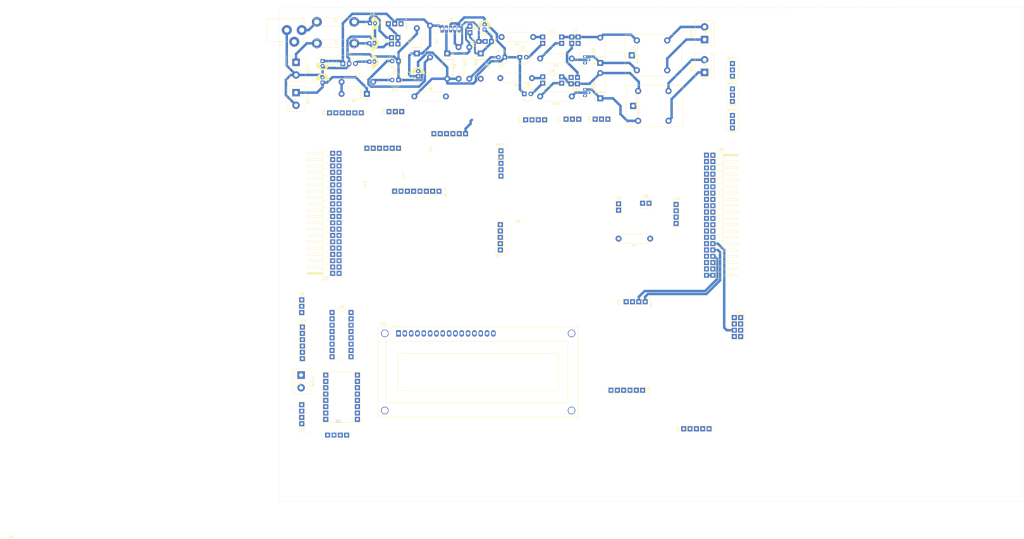
<source format=kicad_pcb>
(kicad_pcb (version 20171130) (host pcbnew "(5.1.2)-2")
  (layers (0 F.Cu signal) (31 B.Cu signal) (34 B.Paste user) (35 F.Paste user) (36 B.SilkS user) (37 F.SilkS user) (38 B.Mask user) (39 F.Mask user) (44 Edge.Cuts user))
  (net 0 "")
  (net 1 +VDC)
  (net 2 GND)
  (net 3 +12V)
  (net 4 "Net-(C4-Pad1)")
  (net 5 "Net-(C5-Pad1)")
  (net 6 "Net-(C6-Pad1)")
  (net 7 "Net-(C7-Pad1)")
  (net 8 "Net-(D1-Pad2)")
  (net 9 VCC)
  (net 10 "Net-(D4-Pad2)")
  (net 11 "Net-(D5-Pad1)")
  (net 12 "Net-(D5-Pad2)")
  (net 13 "Net-(D6-Pad1)")
  (net 14 "Net-(D7-Pad2)")
  (net 15 "Net-(D9-Pad2)")
  (net 16 "Net-(D10-Pad2)")
  (net 17 "Net-(D10-Pad1)")
  (net 18 "Net-(D11-Pad2)")
  (net 19 "Net-(DS1-Pad3)")
  (net 20 D4)
  (net 21 D5)
  (net 22 "Net-(DS1-Pad7)")
  (net 23 "Net-(DS1-Pad8)")
  (net 24 "Net-(DS1-Pad9)")
  (net 25 "Net-(DS1-Pad10)")
  (net 26 D6)
  (net 27 D7)
  (net 28 D8)
  (net 29 D9)
  (net 30 "Net-(F1-Pad2)")
  (net 31 "Net-(F2-Pad2)")
  (net 32 "Net-(J2-Pad3)")
  (net 33 "Net-(J3-Pad3)")
  (net 34 "Net-(J5-Pad1)")
  (net 35 +3V3)
  (net 36 D49)
  (net 37 D47)
  (net 38 SCK)
  (net 39 MOSI)
  (net 40 MISO)
  (net 41 "Net-(J6-Pad8)")
  (net 42 "Net-(J8-Pad1)")
  (net 43 "Net-(J8-Pad2)")
  (net 44 D12)
  (net 45 "Net-(J10-Pad4)")
  (net 46 "Net-(J10-Pad3)")
  (net 47 "Net-(J10-Pad2)")
  (net 48 "Net-(J10-Pad1)")
  (net 49 SDA)
  (net 50 SCL)
  (net 51 Motor+)
  (net 52 Motor-)
  (net 53 D2)
  (net 54 D3)
  (net 55 "Net-(J14-Pad5)")
  (net 56 "Net-(J14-Pad6)")
  (net 57 D53)
  (net 58 A3)
  (net 59 A2)
  (net 60 A1)
  (net 61 A5)
  (net 62 "Net-(J18-Pad2)")
  (net 63 A4)
  (net 64 A0)
  (net 65 D44)
  (net 66 A10)
  (net 67 A11)
  (net 68 D45)
  (net 69 D27)
  (net 70 D25)
  (net 71 D23)
  (net 72 D48)
  (net 73 RX)
  (net 74 D46)
  (net 75 TX)
  (net 76 D42)
  (net 77 D40)
  (net 78 D38)
  (net 79 D36)
  (net 80 D34)
  (net 81 D32)
  (net 82 D30)
  (net 83 D28)
  (net 84 D10)
  (net 85 D26)
  (net 86 D11)
  (net 87 D24)
  (net 88 D22)
  (net 89 "Net-(J24-Pad2)")
  (net 90 "Net-(J24-Pad1)")
  (net 91 D33)
  (net 92 D31)
  (net 93 D29)
  (net 94 D35)
  (net 95 D37)
  (net 96 D39)
  (net 97 "Net-(J29-Pad6)")
  (net 98 "Net-(J29-Pad1)")
  (net 99 A6)
  (net 100 D41)
  (net 101 A7)
  (net 102 D43)
  (net 103 A8)
  (net 104 A9)
  (net 105 "Net-(J30-Pad27)")
  (net 106 "Net-(J30-Pad29)")
  (net 107 "Net-(J30-Pad31)")
  (net 108 "Net-(J30-Pad33)")
  (net 109 "Net-(J30-Pad35)")
  (net 110 "Net-(J30-Pad36)")
  (net 111 "Net-(J30-Pad38)")
  (net 112 "Net-(K1-Pad1)")
  (net 113 "Net-(K2-Pad1)")
  (net 114 "Net-(Q1-Pad2)")
  (net 115 "Net-(Q2-Pad2)")
  (net 116 "Net-(R1-Pad1)")
  (net 117 "Net-(R3-Pad2)")
  (net 118 "Net-(R4-Pad1)")
  (net 119 "Net-(R9-Pad1)")
  (net 120 "Net-(R10-Pad2)")
  (net 121 "Net-(U4-Pad1)")
  (net 122 "Net-(U4-Pad2)")
  (net 123 "Net-(U4-Pad3)")
  (net 124 "Net-(U4-Pad4)")
  (net 125 "Net-(U4-Pad5)")
  (net 126 "Net-(U5-Pad9)")
  (net 127 "Net-(U5-Pad10)")
  (net 128 "Net-(U5-Pad11)")
  (net 129 "Net-(U5-Pad14)")
  (net 130 "Net-(U5-Pad15)")
  (module Capacitor_THT:CP_Radial_D5.0mm_P2.00mm (layer F.Cu) (at 54.61 33.274 90)
    (fp_text reference C2 (at 1 -3.75 90) (layer F.SilkS))
    (fp_text value 220uF)
    (pad 1 thru_hole rect (at 0 0 90) (size 1.6 1.6) (drill 0.8) (layers *.Cu *.Mask) (net 1 +VDC))
    (pad 2 thru_hole circle (at 2 0 90) (size 1.6 1.6) (drill 0.8) (layers *.Cu *.Mask) (net 2 GND))
  )
  (module Capacitor_THT:CP_Radial_D5.0mm_P2.00mm (layer F.Cu) (at 35.052 27.432)
    (fp_text reference C3 (at 1 -3.75) (layer F.SilkS))
    (fp_text value 0.1uF)
    (pad 2 thru_hole circle (at 2 0) (size 1.6 1.6) (drill 0.8) (layers *.Cu *.Mask) (net 2 GND))
    (pad 1 thru_hole rect (at 0 0) (size 1.6 1.6) (drill 0.8) (layers *.Cu *.Mask) (net 3 +12V))
  )
  (module Capacitor_THT:CP_Radial_D5.0mm_P2.00mm (layer F.Cu) (at 81.28 14.478 90)
    (fp_text reference C4 (at 1 -3.75 90) (layer F.SilkS))
    (fp_text value 220uF)
    (pad 1 thru_hole rect (at 0 0 90) (size 1.6 1.6) (drill 0.8) (layers *.Cu *.Mask) (net 4 "Net-(C4-Pad1)"))
    (pad 2 thru_hole circle (at 2 0 90) (size 1.6 1.6) (drill 0.8) (layers *.Cu *.Mask) (net 2 GND))
  )
  (module Capacitor_THT:CP_Radial_D5.0mm_P2.00mm (layer F.Cu) (at 35.052 20.066)
    (fp_text reference C5 (at 1 -3.75) (layer F.SilkS))
    (fp_text value C)
    (pad 2 thru_hole circle (at 2 0) (size 1.6 1.6) (drill 0.8) (layers *.Cu *.Mask) (net 2 GND))
    (pad 1 thru_hole rect (at 0 0) (size 1.6 1.6) (drill 0.8) (layers *.Cu *.Mask) (net 5 "Net-(C5-Pad1)"))
  )
  (module Capacitor_THT:CP_Radial_D5.0mm_P2.00mm (layer F.Cu) (at 35.306 11.938)
    (fp_text reference C6 (at 1 -3.75) (layer F.SilkS))
    (fp_text value C)
    (pad 2 thru_hole circle (at 2 0) (size 1.6 1.6) (drill 0.8) (layers *.Cu *.Mask) (net 2 GND))
    (pad 1 thru_hole rect (at 0 0) (size 1.6 1.6) (drill 0.8) (layers *.Cu *.Mask) (net 6 "Net-(C6-Pad1)"))
  )
  (module Capacitor_THT:CP_Radial_D5.0mm_P2.00mm (layer F.Cu) (at 16.256 35.814 90)
    (fp_text reference C7 (at 1 -3.75 90) (layer F.SilkS))
    (fp_text value C_Small)
    (pad 1 thru_hole rect (at 0 0 90) (size 1.6 1.6) (drill 0.8) (layers *.Cu *.Mask) (net 7 "Net-(C7-Pad1)"))
    (pad 2 thru_hole circle (at 2 0 90) (size 1.6 1.6) (drill 0.8) (layers *.Cu *.Mask) (net 2 GND))
  )
  (module LED_THT:LED_D5.0mm_Clear (layer F.Cu) (at 95.504 25.654)
    (fp_text reference D1 (at 1.27 -3.96) (layer F.SilkS))
    (fp_text value LED)
    (pad 2 thru_hole circle (at 2.54 0) (size 1.8 1.8) (drill 0.9) (layers *.Cu *.Mask) (net 8 "Net-(D1-Pad2)"))
    (pad 1 thru_hole rect (at 0 0) (size 1.8 1.8) (drill 0.9) (layers *.Cu *.Mask) (net 2 GND))
  )
  (module Diode_THT:D_DO-15_P10.16mm_Horizontal (layer F.Cu) (at 54.102 24.13 90)
    (fp_text reference D2 (at 5.08 -2.92 90) (layer F.SilkS))
    (fp_text value D_Schottky)
    (fp_text user K (at 0 -2.2 90) (layer F.SilkS))
    (pad 1 thru_hole rect (at 0 0 90) (size 2.4 2.4) (drill 1.2) (layers *.Cu *.Mask) (net 1 +VDC))
    (pad 2 thru_hole oval (at 10.16 0 90) (size 2.4 2.4) (drill 1.2) (layers *.Cu *.Mask) (net 2 GND))
  )
  (module Diode_THT:D_DO-15_P10.16mm_Horizontal (layer F.Cu) (at 34.036 40.386 180)
    (fp_text reference D3 (at 5.08 -2.92) (layer F.SilkS))
    (fp_text value DIODE)
    (fp_text user K (at 0 -2.2) (layer F.SilkS))
    (pad 2 thru_hole oval (at 10.16 0 180) (size 2.4 2.4) (drill 1.2) (layers *.Cu *.Mask) (net 9 VCC))
    (pad 1 thru_hole rect (at 0 0 180) (size 2.4 2.4) (drill 1.2) (layers *.Cu *.Mask) (net 7 "Net-(C7-Pad1)"))
  )
  (module LED_THT:LED_D5.0mm (layer F.Cu) (at 46.736 27.178 180)
    (fp_text reference D4 (at 1.27 -3.96) (layer F.SilkS))
    (fp_text value LED)
    (pad 2 thru_hole circle (at 2.54 0 180) (size 1.8 1.8) (drill 0.9) (layers *.Cu *.Mask) (net 10 "Net-(D4-Pad2)"))
    (pad 1 thru_hole rect (at 0 0 180) (size 1.8 1.8) (drill 0.9) (layers *.Cu *.Mask) (net 2 GND))
  )
  (module Diode_THT:D_DO-15_P10.16mm_Horizontal (layer F.Cu) (at 127.762 27.94 90)
    (fp_text reference D5 (at 5.08 -2.92 90) (layer F.SilkS))
    (fp_text value DIODE)
    (fp_text user K (at 0 -2.2 90) (layer F.SilkS))
    (pad 1 thru_hole rect (at 0 0 90) (size 2.4 2.4) (drill 1.2) (layers *.Cu *.Mask) (net 11 "Net-(D5-Pad1)"))
    (pad 2 thru_hole oval (at 10.16 0 90) (size 2.4 2.4) (drill 1.2) (layers *.Cu *.Mask) (net 12 "Net-(D5-Pad2)"))
  )
  (module Diode_THT:D_DO-15_P10.16mm_Horizontal (layer F.Cu) (at 66.294 24.13 270)
    (fp_text reference D6 (at 5.08 -2.92 90) (layer F.SilkS))
    (fp_text value D_Schottky)
    (fp_text user K (at 0 -2.2 90) (layer F.SilkS))
    (pad 1 thru_hole rect (at 0 0 270) (size 2.4 2.4) (drill 1.2) (layers *.Cu *.Mask) (net 13 "Net-(D6-Pad1)"))
    (pad 2 thru_hole oval (at 10.16 0 270) (size 2.4 2.4) (drill 1.2) (layers *.Cu *.Mask) (net 2 GND))
  )
  (module LED_THT:LED_D5.0mm (layer F.Cu) (at 89.408 25.654 180)
    (fp_text reference D7 (at 1.27 -3.96) (layer F.SilkS))
    (fp_text value LED)
    (pad 1 thru_hole rect (at 0 0 180) (size 1.8 1.8) (drill 0.9) (layers *.Cu *.Mask) (net 2 GND))
    (pad 2 thru_hole circle (at 2.54 0 180) (size 1.8 1.8) (drill 0.9) (layers *.Cu *.Mask) (net 14 "Net-(D7-Pad2)"))
  )
  (module Diode_THT:D_DO-15_P10.16mm_Horizontal (layer F.Cu) (at 79.756 24.13 270)
    (fp_text reference D8 (at 5.08 -2.92 90) (layer F.SilkS))
    (fp_text value DIODE)
    (fp_text user K (at 0 -2.2 90) (layer F.SilkS))
    (pad 2 thru_hole oval (at 10.16 0 270) (size 2.4 2.4) (drill 1.2) (layers *.Cu *.Mask) (net 9 VCC))
    (pad 1 thru_hole rect (at 0 0 270) (size 2.4 2.4) (drill 1.2) (layers *.Cu *.Mask) (net 4 "Net-(C4-Pad1)"))
  )
  (module LED_THT:LED_D5.0mm_Clear (layer F.Cu) (at 97.282 40.386)
    (fp_text reference D9 (at 1.27 -3.96) (layer F.SilkS))
    (fp_text value LED)
    (pad 1 thru_hole rect (at 0 0) (size 1.8 1.8) (drill 0.9) (layers *.Cu *.Mask) (net 2 GND))
    (pad 2 thru_hole circle (at 2.54 0) (size 1.8 1.8) (drill 0.9) (layers *.Cu *.Mask) (net 15 "Net-(D9-Pad2)"))
  )
  (module Diode_THT:D_DO-15_P10.16mm_Horizontal (layer F.Cu) (at 127.762 42.164 90)
    (fp_text reference D10 (at 5.08 -2.92 90) (layer F.SilkS))
    (fp_text value DIODE)
    (fp_text user K (at 0 -2.2 90) (layer F.SilkS))
    (pad 2 thru_hole oval (at 10.16 0 90) (size 2.4 2.4) (drill 1.2) (layers *.Cu *.Mask) (net 16 "Net-(D10-Pad2)"))
    (pad 1 thru_hole rect (at 0 0 90) (size 2.4 2.4) (drill 1.2) (layers *.Cu *.Mask) (net 17 "Net-(D10-Pad1)"))
  )
  (module LED_THT:LED_D5.0mm (layer F.Cu) (at 46.736 34.798 180)
    (fp_text reference D11 (at 1.27 -3.96) (layer F.SilkS))
    (fp_text value LED)
    (pad 1 thru_hole rect (at 0 0 180) (size 1.8 1.8) (drill 0.9) (layers *.Cu *.Mask) (net 2 GND))
    (pad 2 thru_hole circle (at 2.54 0 180) (size 1.8 1.8) (drill 0.9) (layers *.Cu *.Mask) (net 18 "Net-(D11-Pad2)"))
  )
  (module Display:WC1602A (layer F.Cu) (at 46.736 136.652)
    (fp_text reference DS1 (at -5.82 -3.81) (layer F.SilkS))
    (fp_text value WC1602A)
    (pad 1 thru_hole rect (at 0 0) (size 1.8 2.6) (drill 1.2) (layers *.Cu *.Mask) (net 2 GND))
    (pad 2 thru_hole oval (at 2.54 0) (size 1.8 2.6) (drill 1.2) (layers *.Cu *.Mask) (net 9 VCC))
    (pad 3 thru_hole oval (at 5.08 0) (size 1.8 2.6) (drill 1.2) (layers *.Cu *.Mask) (net 19 "Net-(DS1-Pad3)"))
    (pad 4 thru_hole oval (at 7.62 0) (size 1.8 2.6) (drill 1.2) (layers *.Cu *.Mask) (net 20 D4))
    (pad 5 thru_hole oval (at 10.16 0) (size 1.8 2.6) (drill 1.2) (layers *.Cu *.Mask) (net 2 GND))
    (pad 6 thru_hole oval (at 12.7 0) (size 1.8 2.6) (drill 1.2) (layers *.Cu *.Mask) (net 21 D5))
    (pad 7 thru_hole oval (at 15.24 0) (size 1.8 2.6) (drill 1.2) (layers *.Cu *.Mask) (net 22 "Net-(DS1-Pad7)"))
    (pad 8 thru_hole oval (at 17.78 0) (size 1.8 2.6) (drill 1.2) (layers *.Cu *.Mask) (net 23 "Net-(DS1-Pad8)"))
    (pad 9 thru_hole oval (at 20.32 0) (size 1.8 2.6) (drill 1.2) (layers *.Cu *.Mask) (net 24 "Net-(DS1-Pad9)"))
    (pad 10 thru_hole oval (at 22.86 0) (size 1.8 2.6) (drill 1.2) (layers *.Cu *.Mask) (net 25 "Net-(DS1-Pad10)"))
    (pad 11 thru_hole oval (at 25.4 0) (size 1.8 2.6) (drill 1.2) (layers *.Cu *.Mask) (net 26 D6))
    (pad 12 thru_hole oval (at 27.94 0) (size 1.8 2.6) (drill 1.2) (layers *.Cu *.Mask) (net 27 D7))
    (pad 13 thru_hole oval (at 30.48 0) (size 1.8 2.6) (drill 1.2) (layers *.Cu *.Mask) (net 28 D8))
    (pad 14 thru_hole oval (at 33.02 0) (size 1.8 2.6) (drill 1.2) (layers *.Cu *.Mask) (net 29 D9))
    (pad 15 thru_hole oval (at 35.56 0) (size 1.8 2.6) (drill 1.2) (layers *.Cu *.Mask) (net 9 VCC))
    (pad 16 thru_hole oval (at 38.1 0) (size 1.8 2.6) (drill 1.2) (layers *.Cu *.Mask) (net 2 GND))
    (pad "" thru_hole circle (at -5.4991 0) (size 3 3) (drill 2.5) (layers *.Cu *.Mask))
    (pad "" thru_hole circle (at -5.4991 31.0007) (size 3 3) (drill 2.5) (layers *.Cu *.Mask))
    (pad "" thru_hole circle (at 69.49948 31.0007) (size 3 3) (drill 2.5) (layers *.Cu *.Mask))
    (pad "" thru_hole circle (at 69.5 0) (size 3 3) (drill 2.5) (layers *.Cu *.Mask))
  )
  (module fuses:fuse (layer F.Cu) (at 28.956 11.43 180)
    (fp_text reference F1 (at 7.112 0.254) (layer F.SilkS))
    (fp_text value Fuse)
    (pad 1 thru_hole circle (at 0 0 180) (size 4 4) (drill 2) (layers *.Cu *.Mask) (net 6 "Net-(C6-Pad1)"))
    (pad 2 thru_hole circle (at 15 0 180) (size 4 4) (drill 2) (layers *.Cu *.Mask) (net 30 "Net-(F1-Pad2)"))
  )
  (module fuses:fuse (layer F.Cu) (at 28.956 20.066 180)
    (fp_text reference F2 (at 7.112 0.254 90) (layer F.SilkS))
    (fp_text value Fuse)
    (pad 2 thru_hole circle (at 15 0 180) (size 4 4) (drill 2) (layers *.Cu *.Mask) (net 31 "Net-(F2-Pad2)"))
    (pad 1 thru_hole circle (at 0 0 180) (size 4 4) (drill 2) (layers *.Cu *.Mask) (net 5 "Net-(C5-Pad1)"))
  )
  (module Connector_BarrelJack:BarrelJack_Horizontal (layer F.Cu) (at 7.874 14.732)
    (fp_text reference J2 (at -8.45 5.75) (layer F.SilkS))
    (fp_text value Barrel_Jack_Switch)
    (pad 1 thru_hole circle (at 0 0) (size 4 4) (drill 2) (layers *.Cu *.Mask) (net 30 "Net-(F1-Pad2)"))
    (pad 2 thru_hole circle (at -6 0) (size 4 4) (drill 2) (layers *.Cu *.Mask) (net 2 GND))
    (pad 3 thru_hole circle (at -3 4.7) (size 4 4) (drill 2) (layers *.Cu *.Mask) (net 32 "Net-(J2-Pad3)"))
  )
  (module Connector_PinSocket_2.54mm:PinSocket_2x02_P2.54mm_Vertical (layer F.Cu) (at 43.942 17.78 90)
    (fp_text reference J3 (at -1.27 -2.77 90) (layer F.SilkS))
    (fp_text value connector)
    (pad 1 thru_hole rect (at 0 0 90) (size 2 2) (drill 1) (layers *.Cu *.Mask) (net 6 "Net-(C6-Pad1)"))
    (pad 2 thru_hole rect (at -2.54 0 90) (size 2 2) (drill 1) (layers *.Cu *.Mask) (net 5 "Net-(C5-Pad1)"))
    (pad 3 thru_hole rect (at 0 2.54 90) (size 2 2) (drill 1) (layers *.Cu *.Mask) (net 33 "Net-(J3-Pad3)"))
    (pad 4 thru_hole rect (at -2.54 2.54 90) (size 2 2) (drill 1) (layers *.Cu *.Mask) (net 33 "Net-(J3-Pad3)"))
  )
  (module Connector_PinHeader_2.54mm:PinHeader_2x02_P2.54mm_Vertical (layer F.Cu) (at 116.332 17.526)
    (fp_text reference J7 (at 1.27 -2.33) (layer F.SilkS))
    (fp_text value Relay)
    (pad 1 thru_hole rect (at 0 0) (size 2 2) (drill 1) (layers *.Cu *.Mask) (net 12 "Net-(D5-Pad2)"))
    (pad 2 thru_hole rect (at 2.54 0) (size 2 2) (drill 1) (layers *.Cu *.Mask) (net 12 "Net-(D5-Pad2)"))
    (pad 3 thru_hole rect (at 0 2.54) (size 2 2) (drill 1) (layers *.Cu *.Mask) (net 3 +12V))
    (pad 4 thru_hole rect (at 2.54 2.54) (size 2 2) (drill 1) (layers *.Cu *.Mask) (net 9 VCC))
  )
  (module Connector_PinHeader_2.54mm:PinHeader_1x03_P2.54mm_Vertical (layer F.Cu) (at 7.874 123.19)
    (fp_text reference J9 (at 0 -2.33) (layer F.SilkS))
    (fp_text value "Servo Motor")
    (pad 3 thru_hole rect (at 0 5.08) (size 2 2) (drill 1) (layers *.Cu *.Mask) (net 2 GND))
    (pad 2 thru_hole rect (at 0 2.54) (size 2 2) (drill 1) (layers *.Cu *.Mask) (net 9 VCC))
    (pad 1 thru_hole rect (at 0 0) (size 2 2) (drill 1) (layers *.Cu *.Mask) (net 44 D12))
  )
  (module Connector_PinHeader_2.54mm:PinHeader_1x04_P2.54mm_Vertical (layer F.Cu) (at 7.874 172.974 180)
    (fp_text reference J10 (at 0 -2.33) (layer F.SilkS))
    (fp_text value "Stepper Motor")
    (pad 4 thru_hole rect (at 0 7.62 180) (size 2 2) (drill 1) (layers *.Cu *.Mask) (net 45 "Net-(J10-Pad4)"))
    (pad 3 thru_hole rect (at 0 5.08 180) (size 2 2) (drill 1) (layers *.Cu *.Mask) (net 46 "Net-(J10-Pad3)"))
    (pad 2 thru_hole rect (at 0 2.54 180) (size 2 2) (drill 1) (layers *.Cu *.Mask) (net 47 "Net-(J10-Pad2)"))
    (pad 1 thru_hole rect (at 0 0 180) (size 2 2) (drill 1) (layers *.Cu *.Mask) (net 48 "Net-(J10-Pad1)"))
  )
  (module Connector_PinHeader_2.54mm:PinHeader_1x06_P2.54mm_Vertical (layer F.Cu) (at 8.128 134.112)
    (fp_text reference J13 (at 0 -2.33) (layer F.SilkS))
    (fp_text value Motor1)
    (pad 1 thru_hole rect (at 0 0) (size 2 2) (drill 1) (layers *.Cu *.Mask) (net 51 Motor+))
    (pad 2 thru_hole rect (at 0 2.54) (size 2 2) (drill 1) (layers *.Cu *.Mask) (net 52 Motor-))
    (pad 3 thru_hole rect (at 0 5.08) (size 2 2) (drill 1) (layers *.Cu *.Mask) (net 2 GND))
    (pad 4 thru_hole rect (at 0 7.62) (size 2 2) (drill 1) (layers *.Cu *.Mask) (net 9 VCC))
    (pad 5 thru_hole rect (at 0 10.16) (size 2 2) (drill 1) (layers *.Cu *.Mask) (net 53 D2))
    (pad 6 thru_hole rect (at 0 12.7) (size 2 2) (drill 1) (layers *.Cu *.Mask) (net 54 D3))
  )
  (module Connector_PinHeader_2.54mm:PinHeader_1x02_P2.54mm_Vertical (layer F.Cu) (at 135.128 84.582)
    (fp_text reference J16 (at 0 -2.33) (layer F.SilkS))
    (fp_text value "Force Sensor")
    (pad 1 thru_hole rect (at 0 0) (size 2 2) (drill 1) (layers *.Cu *.Mask) (net 9 VCC))
    (pad 2 thru_hole rect (at 0 2.54) (size 2 2) (drill 1) (layers *.Cu *.Mask) (net 58 A3))
  )
  (module Connector_PinHeader_2.54mm:PinHeader_1x04_P2.54mm_Vertical (layer F.Cu) (at 97.79 50.8 90)
    (fp_text reference J17 (at 0 -2.33 90) (layer F.SilkS))
    (fp_text value "Gas Sensor")
    (pad 1 thru_hole rect (at 0 0 90) (size 2 2) (drill 1) (layers *.Cu *.Mask) (net 9 VCC))
    (pad 2 thru_hole rect (at 0 2.54 90) (size 2 2) (drill 1) (layers *.Cu *.Mask) (net 2 GND))
    (pad 3 thru_hole rect (at 0 5.08 90) (size 2 2) (drill 1) (layers *.Cu *.Mask) (net 59 A2))
    (pad 4 thru_hole rect (at 0 7.62 90) (size 2 2) (drill 1) (layers *.Cu *.Mask) (net 60 A1))
  )
  (module Connector_PinHeader_2.54mm:PinHeader_1x04_P2.54mm_Vertical (layer F.Cu) (at 158.242 84.836)
    (fp_text reference J18 (at 0 -2.33) (layer F.SilkS))
    (fp_text value "Soil Sensor")
    (pad 4 thru_hole rect (at 0 7.62) (size 2 2) (drill 1) (layers *.Cu *.Mask) (net 61 A5))
    (pad 3 thru_hole rect (at 0 5.08) (size 2 2) (drill 1) (layers *.Cu *.Mask) (net 2 GND))
    (pad 2 thru_hole rect (at 0 2.54) (size 2 2) (drill 1) (layers *.Cu *.Mask) (net 62 "Net-(J18-Pad2)"))
    (pad 1 thru_hole rect (at 0 0) (size 2 2) (drill 1) (layers *.Cu *.Mask) (net 63 A4))
  )
  (module Connector_PinHeader_2.54mm:PinHeader_1x03_P2.54mm_Vertical (layer F.Cu) (at 125.73 50.546 90)
    (fp_text reference J19 (at 0 -2.33 90) (layer F.SilkS))
    (fp_text value "Water Level")
    (pad 1 thru_hole rect (at 0 0 90) (size 2 2) (drill 1) (layers *.Cu *.Mask) (net 64 A0))
    (pad 2 thru_hole rect (at 0 2.54 90) (size 2 2) (drill 1) (layers *.Cu *.Mask) (net 9 VCC))
    (pad 3 thru_hole rect (at 0 5.08 90) (size 2 2) (drill 1) (layers *.Cu *.Mask) (net 2 GND))
  )
  (module Connector_PinHeader_2.54mm:PinHeader_1x03_P2.54mm_Vertical (layer F.Cu) (at 42.926 47.498 90)
    (fp_text reference J20 (at 0 -2.33 90) (layer F.SilkS))
    (fp_text value PIR)
    (pad 1 thru_hole rect (at 0 0 90) (size 2 2) (drill 1) (layers *.Cu *.Mask) (net 2 GND))
    (pad 2 thru_hole rect (at 0 2.54 90) (size 2 2) (drill 1) (layers *.Cu *.Mask) (net 65 D44))
    (pad 3 thru_hole rect (at 0 5.08 90) (size 2 2) (drill 1) (layers *.Cu *.Mask) (net 9 VCC))
  )
  (module Connector_PinHeader_2.54mm:PinHeader_1x05_P2.54mm_Vertical (layer F.Cu) (at 161.29 175.006 90)
    (fp_text reference J21 (at 0 -2.33 90) (layer F.SilkS))
    (fp_text value Joystick)
    (pad 1 thru_hole rect (at 0 0 90) (size 2 2) (drill 1) (layers *.Cu *.Mask) (net 2 GND))
    (pad 2 thru_hole rect (at 0 2.54 90) (size 2 2) (drill 1) (layers *.Cu *.Mask) (net 9 VCC))
    (pad 3 thru_hole rect (at 0 5.08 90) (size 2 2) (drill 1) (layers *.Cu *.Mask) (net 66 A10))
    (pad 4 thru_hole rect (at 0 7.62 90) (size 2 2) (drill 1) (layers *.Cu *.Mask) (net 67 A11))
    (pad 5 thru_hole rect (at 0 10.16 90) (size 2 2) (drill 1) (layers *.Cu *.Mask) (net 68 D45))
  )
  (module Connector_PinHeader_2.54mm:PinHeader_2x20_P2.54mm_Horizontal (layer F.Cu) (at 22.86 112.522 180)
    (fp_text reference J22 (at 5.655 -2.27) (layer F.SilkS))
    (fp_text value Conn_02x20_Odd_Even)
    (pad 40 thru_hole rect (at 2.54 48.26 180) (size 2 2) (drill 1) (layers *.Cu *.Mask) (net 2 GND))
    (pad 39 thru_hole rect (at 0 48.26 180) (size 2 2) (drill 1) (layers *.Cu *.Mask) (net 2 GND))
    (pad 38 thru_hole rect (at 2.54 45.72 180) (size 2 2) (drill 1) (layers *.Cu *.Mask) (net 69 D27))
    (pad 37 thru_hole rect (at 0 45.72 180) (size 2 2) (drill 1) (layers *.Cu *.Mask) (net 57 D53))
    (pad 36 thru_hole rect (at 2.54 43.18 180) (size 2 2) (drill 1) (layers *.Cu *.Mask) (net 70 D25))
    (pad 35 thru_hole rect (at 0 43.18 180) (size 2 2) (drill 1) (layers *.Cu *.Mask) (net 38 SCK))
    (pad 34 thru_hole rect (at 2.54 40.64 180) (size 2 2) (drill 1) (layers *.Cu *.Mask) (net 71 D23))
    (pad 33 thru_hole rect (at 0 40.64 180) (size 2 2) (drill 1) (layers *.Cu *.Mask) (net 39 MOSI))
    (pad 32 thru_hole rect (at 2.54 38.1 180) (size 2 2) (drill 1) (layers *.Cu *.Mask) (net 50 SCL))
    (pad 31 thru_hole rect (at 0 38.1 180) (size 2 2) (drill 1) (layers *.Cu *.Mask) (net 40 MISO))
    (pad 30 thru_hole rect (at 2.54 35.56 180) (size 2 2) (drill 1) (layers *.Cu *.Mask) (net 49 SDA))
    (pad 29 thru_hole rect (at 0 35.56 180) (size 2 2) (drill 1) (layers *.Cu *.Mask) (net 72 D48))
    (pad 28 thru_hole rect (at 2.54 33.02 180) (size 2 2) (drill 1) (layers *.Cu *.Mask) (net 73 RX))
    (pad 27 thru_hole rect (at 0 33.02 180) (size 2 2) (drill 1) (layers *.Cu *.Mask) (net 74 D46))
    (pad 26 thru_hole rect (at 2.54 30.48 180) (size 2 2) (drill 1) (layers *.Cu *.Mask) (net 75 TX))
    (pad 25 thru_hole rect (at 0 30.48 180) (size 2 2) (drill 1) (layers *.Cu *.Mask) (net 65 D44))
    (pad 24 thru_hole rect (at 2.54 27.94 180) (size 2 2) (drill 1) (layers *.Cu *.Mask) (net 53 D2))
    (pad 23 thru_hole rect (at 0 27.94 180) (size 2 2) (drill 1) (layers *.Cu *.Mask) (net 76 D42))
    (pad 22 thru_hole rect (at 2.54 25.4 180) (size 2 2) (drill 1) (layers *.Cu *.Mask) (net 54 D3))
    (pad 21 thru_hole rect (at 0 25.4 180) (size 2 2) (drill 1) (layers *.Cu *.Mask) (net 77 D40))
    (pad 20 thru_hole rect (at 2.54 22.86 180) (size 2 2) (drill 1) (layers *.Cu *.Mask) (net 20 D4))
    (pad 19 thru_hole rect (at 0 22.86 180) (size 2 2) (drill 1) (layers *.Cu *.Mask) (net 78 D38))
    (pad 18 thru_hole rect (at 2.54 20.32 180) (size 2 2) (drill 1) (layers *.Cu *.Mask) (net 21 D5))
    (pad 17 thru_hole rect (at 0 20.32 180) (size 2 2) (drill 1) (layers *.Cu *.Mask) (net 79 D36))
    (pad 16 thru_hole rect (at 2.54 17.78 180) (size 2 2) (drill 1) (layers *.Cu *.Mask) (net 26 D6))
    (pad 15 thru_hole rect (at 0 17.78 180) (size 2 2) (drill 1) (layers *.Cu *.Mask) (net 80 D34))
    (pad 14 thru_hole rect (at 2.54 15.24 180) (size 2 2) (drill 1) (layers *.Cu *.Mask) (net 27 D7))
    (pad 13 thru_hole rect (at 0 15.24 180) (size 2 2) (drill 1) (layers *.Cu *.Mask) (net 81 D32))
    (pad 12 thru_hole rect (at 2.54 12.7 180) (size 2 2) (drill 1) (layers *.Cu *.Mask) (net 28 D8))
    (pad 11 thru_hole rect (at 0 12.7 180) (size 2 2) (drill 1) (layers *.Cu *.Mask) (net 82 D30))
    (pad 10 thru_hole rect (at 2.54 10.16 180) (size 2 2) (drill 1) (layers *.Cu *.Mask) (net 29 D9))
    (pad 9 thru_hole rect (at 0 10.16 180) (size 2 2) (drill 1) (layers *.Cu *.Mask) (net 83 D28))
    (pad 8 thru_hole rect (at 2.54 7.62 180) (size 2 2) (drill 1) (layers *.Cu *.Mask) (net 84 D10))
    (pad 7 thru_hole rect (at 0 7.62 180) (size 2 2) (drill 1) (layers *.Cu *.Mask) (net 85 D26))
    (pad 6 thru_hole rect (at 2.54 5.08 180) (size 2 2) (drill 1) (layers *.Cu *.Mask) (net 86 D11))
    (pad 5 thru_hole rect (at 0 5.08 180) (size 2 2) (drill 1) (layers *.Cu *.Mask) (net 87 D24))
    (pad 4 thru_hole rect (at 2.54 2.54 180) (size 2 2) (drill 1) (layers *.Cu *.Mask) (net 44 D12))
    (pad 3 thru_hole rect (at 0 2.54 180) (size 2 2) (drill 1) (layers *.Cu *.Mask) (net 88 D22))
    (pad 2 thru_hole rect (at 2.54 0 180) (size 2 2) (drill 1) (layers *.Cu *.Mask) (net 2 GND))
    (pad 1 thru_hole rect (at 0 0 180) (size 2 2) (drill 1) (layers *.Cu *.Mask) (net 2 GND))
  )
  (module Connector_PinHeader_2.54mm:PinHeader_2x02_P2.54mm_Vertical (layer F.Cu) (at 118.618 36.322 180)
    (fp_text reference J23 (at 1.27 -2.33) (layer F.SilkS))
    (fp_text value Relay)
    (pad 4 thru_hole rect (at 2.54 2.54 180) (size 2 2) (drill 1) (layers *.Cu *.Mask) (net 9 VCC))
    (pad 3 thru_hole rect (at 0 2.54 180) (size 2 2) (drill 1) (layers *.Cu *.Mask) (net 3 +12V))
    (pad 2 thru_hole rect (at 2.54 0 180) (size 2 2) (drill 1) (layers *.Cu *.Mask) (net 16 "Net-(D10-Pad2)"))
    (pad 1 thru_hole rect (at 0 0 180) (size 2 2) (drill 1) (layers *.Cu *.Mask) (net 16 "Net-(D10-Pad2)"))
  )
  (module Connector_PinHeader_2.54mm:PinHeader_1x06_P2.54mm_Vertical (layer F.Cu) (at 144.78 159.512 270)
    (fp_text reference J28 (at 0 -2.33 90) (layer F.SilkS))
    (fp_text value "Record Module")
    (pad 6 thru_hole rect (at 0 12.7 270) (size 2 2) (drill 1) (layers *.Cu *.Mask) (net 9 VCC))
    (pad 5 thru_hole rect (at 0 10.16 270) (size 2 2) (drill 1) (layers *.Cu *.Mask) (net 2 GND))
    (pad 4 thru_hole rect (at 0 7.62 270) (size 2 2) (drill 1) (layers *.Cu *.Mask) (net 94 D35))
    (pad 3 thru_hole rect (at 0 5.08 270) (size 2 2) (drill 1) (layers *.Cu *.Mask) (net 95 D37))
    (pad 2 thru_hole rect (at 0 2.54 270) (size 2 2) (drill 1) (layers *.Cu *.Mask) (net 78 D38))
    (pad 1 thru_hole rect (at 0 0 270) (size 2 2) (drill 1) (layers *.Cu *.Mask) (net 96 D39))
  )
  (module Connector_PinHeader_2.54mm:PinHeader_1x06_P2.54mm_Vertical (layer F.Cu) (at 19.05 48.006 90)
    (fp_text reference J29 (at 0 -2.33 90) (layer F.SilkS))
    (fp_text value Conn_01x06_Male)
    (pad 6 thru_hole rect (at 0 12.7 90) (size 2 2) (drill 1) (layers *.Cu *.Mask) (net 97 "Net-(J29-Pad6)"))
    (pad 5 thru_hole rect (at 0 10.16 90) (size 2 2) (drill 1) (layers *.Cu *.Mask) (net 9 VCC))
    (pad 4 thru_hole rect (at 0 7.62 90) (size 2 2) (drill 1) (layers *.Cu *.Mask) (net 2 GND))
    (pad 3 thru_hole rect (at 0 5.08 90) (size 2 2) (drill 1) (layers *.Cu *.Mask) (net 73 RX))
    (pad 2 thru_hole rect (at 0 2.54 90) (size 2 2) (drill 1) (layers *.Cu *.Mask) (net 75 TX))
    (pad 1 thru_hole rect (at 0 0 90) (size 2 2) (drill 1) (layers *.Cu *.Mask) (net 98 "Net-(J29-Pad1)"))
  )
  (module Connector_PinHeader_2.54mm:PinHeader_2x20_P2.54mm_Horizontal (layer F.Cu) (at 170.434 65.024)
    (fp_text reference J30 (at 5.655 -2.27) (layer F.SilkS))
    (fp_text value Conn_02x20_Odd_Even)
    (pad 1 thru_hole rect (at 0 0) (size 2 2) (drill 1) (layers *.Cu *.Mask) (net 2 GND))
    (pad 2 thru_hole rect (at 2.54 0) (size 2 2) (drill 1) (layers *.Cu *.Mask) (net 2 GND))
    (pad 3 thru_hole rect (at 0 2.54) (size 2 2) (drill 1) (layers *.Cu *.Mask) (net 64 A0))
    (pad 4 thru_hole rect (at 2.54 2.54) (size 2 2) (drill 1) (layers *.Cu *.Mask) (net 93 D29))
    (pad 5 thru_hole rect (at 0 5.08) (size 2 2) (drill 1) (layers *.Cu *.Mask) (net 60 A1))
    (pad 6 thru_hole rect (at 2.54 5.08) (size 2 2) (drill 1) (layers *.Cu *.Mask) (net 92 D31))
    (pad 7 thru_hole rect (at 0 7.62) (size 2 2) (drill 1) (layers *.Cu *.Mask) (net 59 A2))
    (pad 8 thru_hole rect (at 2.54 7.62) (size 2 2) (drill 1) (layers *.Cu *.Mask) (net 91 D33))
    (pad 9 thru_hole rect (at 0 10.16) (size 2 2) (drill 1) (layers *.Cu *.Mask) (net 58 A3))
    (pad 10 thru_hole rect (at 2.54 10.16) (size 2 2) (drill 1) (layers *.Cu *.Mask) (net 94 D35))
    (pad 11 thru_hole rect (at 0 12.7) (size 2 2) (drill 1) (layers *.Cu *.Mask) (net 63 A4))
    (pad 12 thru_hole rect (at 2.54 12.7) (size 2 2) (drill 1) (layers *.Cu *.Mask) (net 95 D37))
    (pad 13 thru_hole rect (at 0 15.24) (size 2 2) (drill 1) (layers *.Cu *.Mask) (net 61 A5))
    (pad 14 thru_hole rect (at 2.54 15.24) (size 2 2) (drill 1) (layers *.Cu *.Mask) (net 96 D39))
    (pad 15 thru_hole rect (at 0 17.78) (size 2 2) (drill 1) (layers *.Cu *.Mask) (net 99 A6))
    (pad 16 thru_hole rect (at 2.54 17.78) (size 2 2) (drill 1) (layers *.Cu *.Mask) (net 100 D41))
    (pad 17 thru_hole rect (at 0 20.32) (size 2 2) (drill 1) (layers *.Cu *.Mask) (net 101 A7))
    (pad 18 thru_hole rect (at 2.54 20.32) (size 2 2) (drill 1) (layers *.Cu *.Mask) (net 102 D43))
    (pad 19 thru_hole rect (at 0 22.86) (size 2 2) (drill 1) (layers *.Cu *.Mask) (net 103 A8))
    (pad 20 thru_hole rect (at 2.54 22.86) (size 2 2) (drill 1) (layers *.Cu *.Mask) (net 68 D45))
    (pad 21 thru_hole rect (at 0 25.4) (size 2 2) (drill 1) (layers *.Cu *.Mask) (net 104 A9))
    (pad 22 thru_hole rect (at 2.54 25.4) (size 2 2) (drill 1) (layers *.Cu *.Mask) (net 37 D47))
    (pad 23 thru_hole rect (at 0 27.94) (size 2 2) (drill 1) (layers *.Cu *.Mask) (net 66 A10))
    (pad 24 thru_hole rect (at 2.54 27.94) (size 2 2) (drill 1) (layers *.Cu *.Mask) (net 36 D49))
    (pad 25 thru_hole rect (at 0 30.48) (size 2 2) (drill 1) (layers *.Cu *.Mask) (net 67 A11))
    (pad 26 thru_hole rect (at 2.54 30.48) (size 2 2) (drill 1) (layers *.Cu *.Mask) (net 40 MISO))
    (pad 27 thru_hole rect (at 0 33.02) (size 2 2) (drill 1) (layers *.Cu *.Mask) (net 105 "Net-(J30-Pad27)"))
    (pad 28 thru_hole rect (at 2.54 33.02) (size 2 2) (drill 1) (layers *.Cu *.Mask) (net 39 MOSI))
    (pad 29 thru_hole rect (at 0 35.56) (size 2 2) (drill 1) (layers *.Cu *.Mask) (net 106 "Net-(J30-Pad29)"))
    (pad 30 thru_hole rect (at 2.54 35.56) (size 2 2) (drill 1) (layers *.Cu *.Mask) (net 38 SCK))
    (pad 31 thru_hole rect (at 0 38.1) (size 2 2) (drill 1) (layers *.Cu *.Mask) (net 107 "Net-(J30-Pad31)"))
    (pad 32 thru_hole rect (at 2.54 38.1) (size 2 2) (drill 1) (layers *.Cu *.Mask) (net 49 SDA))
    (pad 33 thru_hole rect (at 0 40.64) (size 2 2) (drill 1) (layers *.Cu *.Mask) (net 108 "Net-(J30-Pad33)"))
    (pad 34 thru_hole rect (at 2.54 40.64) (size 2 2) (drill 1) (layers *.Cu *.Mask) (net 50 SCL))
    (pad 35 thru_hole rect (at 0 43.18) (size 2 2) (drill 1) (layers *.Cu *.Mask) (net 109 "Net-(J30-Pad35)"))
    (pad 36 thru_hole rect (at 2.54 43.18) (size 2 2) (drill 1) (layers *.Cu *.Mask) (net 110 "Net-(J30-Pad36)"))
    (pad 37 thru_hole rect (at 0 45.72) (size 2 2) (drill 1) (layers *.Cu *.Mask) (net 35 +3V3))
    (pad 38 thru_hole rect (at 2.54 45.72) (size 2 2) (drill 1) (layers *.Cu *.Mask) (net 111 "Net-(J30-Pad38)"))
    (pad 39 thru_hole rect (at 0 48.26) (size 2 2) (drill 1) (layers *.Cu *.Mask) (net 2 GND))
    (pad 40 thru_hole rect (at 2.54 48.26) (size 2 2) (drill 1) (layers *.Cu *.Mask) (net 2 GND))
  )
  (module Inductor_THT:L_Axial_L7.0mm_D3.3mm_P2.54mm_Vertical_Fastron_MICC (layer F.Cu) (at 75.438 13.208 270)
    (fp_text reference L1 (at 1.27 -2.77 90) (layer F.SilkS))
    (fp_text value L)
    (pad 1 thru_hole rect (at 0 0 270) (size 2 2) (drill 1) (layers *.Cu *.Mask) (net 13 "Net-(D6-Pad1)"))
    (pad 2 thru_hole rect (at 2.54 0 270) (size 2 2) (drill 1) (layers *.Cu *.Mask) (net 4 "Net-(C4-Pad1)"))
  )
  (module 2N2222A:TO127P584H533-3 (layer F.Cu) (at 121.666 26.67 90)
    (fp_text reference Q1 (at 0.40813 -4.08359 90) (layer F.SilkS) (effects (font (thickness 0.05))))
    (fp_text value 2N2222A (at 0.85046 3.72176 90) (layer F.SilkS) (effects (font (thickness 0.05))))
    (pad 3 thru_hole roundrect (at 1.27 0 90) (size 1 1.6) (drill 0.73) (layers *.Cu *.Mask) (net 11 "Net-(D5-Pad1)"))
    (pad 2 thru_hole roundrect (at 0 1.27 90) (size 1 1.6) (drill 0.73) (layers *.Cu *.Mask) (net 114 "Net-(Q1-Pad2)"))
    (pad 1 thru_hole roundrect (at -1.27 0 90) (size 1 1.6) (drill 0.73) (layers *.Cu *.Mask) (net 2 GND))
  )
  (module 2N2222A:TO127P584H533-3 (layer F.Cu) (at 121.666 39.878 90)
    (fp_text reference Q2 (at 0.40813 -4.08359 90) (layer F.SilkS) (effects (font (thickness 0.05))))
    (fp_text value 2N2222A (at 0.85046 3.72176 90) (layer F.SilkS) (effects (font (thickness 0.05))))
    (pad 1 thru_hole roundrect (at -1.27 0 90) (size 1 1.6) (drill 0.73) (layers *.Cu *.Mask) (net 2 GND))
    (pad 2 thru_hole roundrect (at 0 1.27 90) (size 1 1.6) (drill 0.73) (layers *.Cu *.Mask) (net 115 "Net-(Q2-Pad2)"))
    (pad 3 thru_hole roundrect (at 1.27 0 90) (size 1 1.6) (drill 0.73) (layers *.Cu *.Mask) (net 17 "Net-(D10-Pad1)"))
  )
  (module Resistor_THT:R_Axial_DIN0411_L9.9mm_D3.6mm_P12.70mm_Horizontal (layer F.Cu) (at 100.838 17.526 180)
    (fp_text reference R1 (at 6.35 -2.92) (layer F.SilkS))
    (fp_text value R_Small)
    (pad 1 thru_hole circle (at 0 0 180) (size 2.4 2.4) (drill 1.2) (layers *.Cu *.Mask) (net 116 "Net-(R1-Pad1)"))
    (pad 2 thru_hole oval (at 12.7 0 180) (size 2.4 2.4) (drill 1.2) (layers *.Cu *.Mask) (net 100 D41))
  )
  (module Resistor_THT:R_Axial_DIN0411_L9.9mm_D3.6mm_P12.70mm_Horizontal (layer F.Cu) (at 59.436 12.954 270)
    (fp_text reference R2 (at 6.35 -2.92 90) (layer F.SilkS))
    (fp_text value 1k)
    (pad 1 thru_hole circle (at 0 0 270) (size 2.4 2.4) (drill 1.2) (layers *.Cu *.Mask) (net 1 +VDC))
    (pad 2 thru_hole oval (at 12.7 0 270) (size 2.4 2.4) (drill 1.2) (layers *.Cu *.Mask) (net 10 "Net-(D4-Pad2)"))
  )
  (module Resistor_THT:R_Axial_DIN0411_L9.9mm_D3.6mm_P12.70mm_Horizontal (layer F.Cu) (at 116.332 26.162 180)
    (fp_text reference R3 (at 6.35 -2.92) (layer F.SilkS))
    (fp_text value 1k)
    (pad 2 thru_hole oval (at 12.7 0 180) (size 2.4 2.4) (drill 1.2) (layers *.Cu *.Mask) (net 117 "Net-(R3-Pad2)"))
    (pad 1 thru_hole circle (at 0 0 180) (size 2.4 2.4) (drill 1.2) (layers *.Cu *.Mask) (net 114 "Net-(Q1-Pad2)"))
  )
  (module Resistor_THT:R_Axial_DIN0411_L9.9mm_D3.6mm_P12.70mm_Horizontal (layer F.Cu) (at 70.866 21.59 270)
    (fp_text reference R4 (at 6.35 -2.92 90) (layer F.SilkS))
    (fp_text value 470)
    (pad 1 thru_hole circle (at 0 0 270) (size 2.4 2.4) (drill 1.2) (layers *.Cu *.Mask) (net 118 "Net-(R4-Pad1)"))
    (pad 2 thru_hole oval (at 12.7 0 270) (size 2.4 2.4) (drill 1.2) (layers *.Cu *.Mask) (net 2 GND))
  )
  (module Resistor_THT:R_Axial_DIN0411_L9.9mm_D3.6mm_P12.70mm_Horizontal (layer F.Cu) (at 75.184 21.59 270)
    (fp_text reference R5 (at 6.35 -2.92 90) (layer F.SilkS))
    (fp_text value 1k)
    (pad 2 thru_hole oval (at 12.7 0 270) (size 2.4 2.4) (drill 1.2) (layers *.Cu *.Mask) (net 14 "Net-(D7-Pad2)"))
    (pad 1 thru_hole circle (at 0 0 270) (size 2.4 2.4) (drill 1.2) (layers *.Cu *.Mask) (net 13 "Net-(D6-Pad1)"))
  )
  (module Resistor_THT:R_Axial_DIN0411_L9.9mm_D3.6mm_P12.70mm_Horizontal (layer F.Cu) (at 147.828 98.552 180)
    (fp_text reference R7 (at 6.35 -2.92) (layer F.SilkS))
    (fp_text value 10K)
    (pad 2 thru_hole oval (at 12.7 0 180) (size 2.4 2.4) (drill 1.2) (layers *.Cu *.Mask) (net 58 A3))
    (pad 1 thru_hole circle (at 0 0 180) (size 2.4 2.4) (drill 1.2) (layers *.Cu *.Mask) (net 2 GND))
  )
  (module Resistor_THT:R_Axial_DIN0411_L9.9mm_D3.6mm_P12.70mm_Horizontal (layer F.Cu) (at 53.086 41.402)
    (fp_text reference R8 (at 6.35 -2.92) (layer F.SilkS))
    (fp_text value 10K)
    (pad 1 thru_hole circle (at 0 0) (size 2.4 2.4) (drill 1.2) (layers *.Cu *.Mask) (net 2 GND))
    (pad 2 thru_hole oval (at 12.7 0) (size 2.4 2.4) (drill 1.2) (layers *.Cu *.Mask) (net 99 A6))
  )
  (module Resistor_THT:R_Axial_DIN0411_L9.9mm_D3.6mm_P12.70mm_Horizontal (layer F.Cu) (at 100.33 34.036 180)
    (fp_text reference R9 (at 6.35 -2.92) (layer F.SilkS))
    (fp_text value R_Small)
    (pad 2 thru_hole oval (at 12.7 0 180) (size 2.4 2.4) (drill 1.2) (layers *.Cu *.Mask) (net 102 D43))
    (pad 1 thru_hole circle (at 0 0 180) (size 2.4 2.4) (drill 1.2) (layers *.Cu *.Mask) (net 119 "Net-(R9-Pad1)"))
  )
  (module Resistor_THT:R_Axial_DIN0411_L9.9mm_D3.6mm_P12.70mm_Horizontal (layer F.Cu) (at 116.332 41.402 180)
    (fp_text reference R10 (at 6.35 -2.92) (layer F.SilkS))
    (fp_text value 1k)
    (pad 1 thru_hole circle (at 0 0 180) (size 2.4 2.4) (drill 1.2) (layers *.Cu *.Mask) (net 115 "Net-(Q2-Pad2)"))
    (pad 2 thru_hole oval (at 12.7 0 180) (size 2.4 2.4) (drill 1.2) (layers *.Cu *.Mask) (net 120 "Net-(R10-Pad2)"))
  )
  (module Resistor_THT:R_Axial_DIN0411_L9.9mm_D3.6mm_P12.70mm_Horizontal (layer F.Cu) (at 23.876 35.56)
    (fp_text reference R11 (at 6.35 -2.92) (layer F.SilkS))
    (fp_text value 1k)
    (pad 2 thru_hole oval (at 12.7 0) (size 2.4 2.4) (drill 1.2) (layers *.Cu *.Mask) (net 18 "Net-(D11-Pad2)"))
    (pad 1 thru_hole circle (at 0 0) (size 2.4 2.4) (drill 1.2) (layers *.Cu *.Mask) (net 9 VCC))
  )
  (module Package_TO_SOT_THT:TO-220-3_Vertical (layer F.Cu) (at 24.384 28.194)
    (fp_text reference U1 (at 2.54 -4.27) (layer F.SilkS))
    (fp_text value LM7812_TO220)
    (pad 1 thru_hole rect (at 0 0) (size 1.905 2) (drill 1.1) (layers *.Cu *.Mask) (net 1 +VDC))
    (pad 2 thru_hole oval (at 2.54 0) (size 1.905 2) (drill 1.1) (layers *.Cu *.Mask) (net 2 GND))
    (pad 3 thru_hole oval (at 5.08 0) (size 1.905 2) (drill 1.1) (layers *.Cu *.Mask) (net 3 +12V))
  )
  (module Package_DIP:DIP-4_W7.62mm (layer F.Cu) (at 104.648 17.526)
    (fp_text reference U2 (at 3.81 -2.33) (layer F.SilkS))
    (fp_text value PC817)
    (pad 4 thru_hole rect (at 7.62 0) (size 2 2) (drill 1) (layers *.Cu *.Mask) (net 12 "Net-(D5-Pad2)"))
    (pad 2 thru_hole rect (at 0 2.54) (size 2 2) (drill 1) (layers *.Cu *.Mask) (net 8 "Net-(D1-Pad2)"))
    (pad 3 thru_hole rect (at 7.62 2.54) (size 2 2) (drill 1) (layers *.Cu *.Mask) (net 117 "Net-(R3-Pad2)"))
    (pad 1 thru_hole rect (at 0 0) (size 2 2) (drill 1) (layers *.Cu *.Mask) (net 116 "Net-(R1-Pad1)"))
  )
  (module Package_TO_SOT_THT:TO-262-5_Vertical (layer F.Cu) (at 64.262 14.224)
    (fp_text reference U3 (at 3.4 -3.77) (layer F.SilkS))
    (fp_text value LM2596S-ADJ)
    (pad 1 thru_hole rect (at 0 0) (size 1.275 3) (drill 1.1) (layers *.Cu *.Mask) (net 1 +VDC))
    (pad 2 thru_hole oval (at 1.7 0) (size 1.275 3) (drill 1.1) (layers *.Cu *.Mask) (net 13 "Net-(D6-Pad1)"))
    (pad 3 thru_hole oval (at 3.4 0) (size 1.275 3) (drill 1.1) (layers *.Cu *.Mask) (net 2 GND))
    (pad 4 thru_hole oval (at 5.1 0) (size 1.275 3) (drill 1.1) (layers *.Cu *.Mask) (net 118 "Net-(R4-Pad1)"))
    (pad 5 thru_hole oval (at 6.8 0) (size 1.275 3) (drill 1.1) (layers *.Cu *.Mask) (net 2 GND))
  )
  (module A4988_STEPPER_MOTOR_DRIVER_CARRIER:MODULE_A4988_STEPPER_MOTOR_DRIVER_CARRIER (layer F.Cu) (at 23.876 162.306 180)
    (fp_text reference U4 (at -4.575 -11.135) (layer F.SilkS) (effects (font (thickness 0.015))))
    (fp_text value A4988_STEPPER_MOTOR_DRIVER_CARRIER)
    (pad 1 thru_hole rect (at -6.35 -8.89 180) (size 2 2) (drill 1) (layers *.Cu *.Mask) (net 121 "Net-(U4-Pad1)"))
    (pad 2 thru_hole rect (at -6.35 -6.35 180) (size 2 2) (drill 1) (layers *.Cu *.Mask) (net 122 "Net-(U4-Pad2)"))
    (pad 3 thru_hole rect (at -6.35 -3.81 180) (size 2 2) (drill 1) (layers *.Cu *.Mask) (net 123 "Net-(U4-Pad3)"))
    (pad 4 thru_hole rect (at -6.35 -1.27 180) (size 2 2) (drill 1) (layers *.Cu *.Mask) (net 124 "Net-(U4-Pad4)"))
    (pad 5 thru_hole rect (at -6.35 1.27 180) (size 2 2) (drill 1) (layers *.Cu *.Mask) (net 125 "Net-(U4-Pad5)"))
    (pad 6 thru_hole rect (at -6.35 3.81 180) (size 2 2) (drill 1) (layers *.Cu *.Mask) (net 125 "Net-(U4-Pad5)"))
    (pad 7 thru_hole rect (at -6.35 6.35 180) (size 2 2) (drill 1) (layers *.Cu *.Mask) (net 77 D40))
    (pad 8 thru_hole rect (at -6.35 8.89 180) (size 2 2) (drill 1) (layers *.Cu *.Mask) (net 76 D42))
    (pad 9 thru_hole rect (at 6.35 8.89 180) (size 2 2) (drill 1) (layers *.Cu *.Mask) (net 2 GND))
    (pad 10 thru_hole rect (at 6.35 6.35 180) (size 2 2) (drill 1) (layers *.Cu *.Mask) (net 9 VCC))
    (pad 11 thru_hole rect (at 6.35 3.81 180) (size 2 2) (drill 1) (layers *.Cu *.Mask) (net 46 "Net-(J10-Pad3)"))
    (pad 12 thru_hole rect (at 6.35 1.27 180) (size 2 2) (drill 1) (layers *.Cu *.Mask) (net 45 "Net-(J10-Pad4)"))
    (pad 13 thru_hole rect (at 6.35 -1.27 180) (size 2 2) (drill 1) (layers *.Cu *.Mask) (net 47 "Net-(J10-Pad2)"))
    (pad 14 thru_hole rect (at 6.35 -3.81 180) (size 2 2) (drill 1) (layers *.Cu *.Mask) (net 48 "Net-(J10-Pad1)"))
    (pad 15 thru_hole rect (at 6.35 -6.35 180) (size 2 2) (drill 1) (layers *.Cu *.Mask) (net 2 GND))
    (pad 16 thru_hole rect (at 6.35 -8.89 180) (size 2 2) (drill 1) (layers *.Cu *.Mask) (net 3 +12V))
  )
  (module Package_DIP:DIP-16_W7.62mm (layer F.Cu) (at 20.066 128.27)
    (fp_text reference U5 (at 3.81 -2.33) (layer F.SilkS))
    (fp_text value L293D)
    (pad 1 thru_hole rect (at 0 0) (size 2 2) (drill 1) (layers *.Cu *.Mask) (net 9 VCC))
    (pad 9 thru_hole rect (at 7.62 17.78) (size 2 2) (drill 1) (layers *.Cu *.Mask) (net 126 "Net-(U5-Pad9)"))
    (pad 2 thru_hole rect (at 0 2.54) (size 2 2) (drill 1) (layers *.Cu *.Mask) (net 84 D10))
    (pad 10 thru_hole rect (at 7.62 15.24) (size 2 2) (drill 1) (layers *.Cu *.Mask) (net 127 "Net-(U5-Pad10)"))
    (pad 3 thru_hole rect (at 0 5.08) (size 2 2) (drill 1) (layers *.Cu *.Mask) (net 51 Motor+))
    (pad 11 thru_hole rect (at 7.62 12.7) (size 2 2) (drill 1) (layers *.Cu *.Mask) (net 128 "Net-(U5-Pad11)"))
    (pad 4 thru_hole rect (at 0 7.62) (size 2 2) (drill 1) (layers *.Cu *.Mask) (net 2 GND))
    (pad 12 thru_hole rect (at 7.62 10.16) (size 2 2) (drill 1) (layers *.Cu *.Mask) (net 2 GND))
    (pad 5 thru_hole rect (at 0 10.16) (size 2 2) (drill 1) (layers *.Cu *.Mask) (net 2 GND))
    (pad 13 thru_hole rect (at 7.62 7.62) (size 2 2) (drill 1) (layers *.Cu *.Mask) (net 2 GND))
    (pad 6 thru_hole rect (at 0 12.7) (size 2 2) (drill 1) (layers *.Cu *.Mask) (net 52 Motor-))
    (pad 14 thru_hole rect (at 7.62 5.08) (size 2 2) (drill 1) (layers *.Cu *.Mask) (net 129 "Net-(U5-Pad14)"))
    (pad 7 thru_hole rect (at 0 15.24) (size 2 2) (drill 1) (layers *.Cu *.Mask) (net 86 D11))
    (pad 15 thru_hole rect (at 7.62 2.54) (size 2 2) (drill 1) (layers *.Cu *.Mask) (net 130 "Net-(U5-Pad15)"))
    (pad 8 thru_hole rect (at 0 17.78) (size 2 2) (drill 1) (layers *.Cu *.Mask) (net 3 +12V))
    (pad 16 thru_hole rect (at 7.62 0) (size 2 2) (drill 1) (layers *.Cu *.Mask) (net 9 VCC))
  )
  (module Connector_PinSocket_2.54mm:PinSocket_1x03_P2.54mm_Vertical (layer F.Cu) (at 114.046 50.546 90)
    (fp_text reference U7 (at 0 -2.77 90) (layer F.SilkS))
    (fp_text value TMP36)
    (pad 3 thru_hole rect (at 0 5.08 90) (size 2 2) (drill 1) (layers *.Cu *.Mask) (net 2 GND))
    (pad 2 thru_hole rect (at 0 2.54 90) (size 2 2) (drill 1) (layers *.Cu *.Mask) (net 101 A7))
    (pad 1 thru_hole rect (at 0 0 90) (size 2 2) (drill 1) (layers *.Cu *.Mask) (net 9 VCC))
  )
  (module Package_DIP:DIP-4_W7.62mm (layer F.Cu) (at 104.648 33.528)
    (fp_text reference U8 (at 3.81 -2.33) (layer F.SilkS))
    (fp_text value PC817)
    (pad 1 thru_hole rect (at 0 0) (size 2 2) (drill 1) (layers *.Cu *.Mask) (net 119 "Net-(R9-Pad1)"))
    (pad 3 thru_hole rect (at 7.62 2.54) (size 2 2) (drill 1) (layers *.Cu *.Mask) (net 120 "Net-(R10-Pad2)"))
    (pad 2 thru_hole rect (at 0 2.54) (size 2 2) (drill 1) (layers *.Cu *.Mask) (net 15 "Net-(D9-Pad2)"))
    (pad 4 thru_hole rect (at 7.62 0) (size 2 2) (drill 1) (layers *.Cu *.Mask) (net 16 "Net-(D10-Pad2)"))
  )
  (module board_1:terminal_block_2 (layer F.Cu) (at 11.176 30.734 270)
    (fp_text reference J1 (at 0 6.096 90) (layer F.SilkS))
    (fp_text value "V Input")
    (fp_text user REF** (at -0.508 0.508 90) (layer F.SilkS))
    (pad 2 thru_hole circle (at 2.032 5.588 270) (size 3 3) (drill 1.52) (layers *.Cu *.Mask) (net 2 GND))
    (pad 1 thru_hole rect (at -3.048 5.588 270) (size 3 3) (drill 1.52) (layers *.Cu *.Mask) (net 31 "Net-(F2-Pad2)"))
  )
  (module board_1:terminal_block_2 (layer F.Cu) (at 11.176 42.926 270)
    (fp_text reference J4 (at 0 6.096 90) (layer F.SilkS))
    (fp_text value "5V Input")
    (fp_text user REF** (at -0.508 0.508 90) (layer F.SilkS))
    (pad 1 thru_hole rect (at -3.048 5.588 270) (size 3 3) (drill 1.52) (layers *.Cu *.Mask) (net 7 "Net-(C7-Pad1)"))
    (pad 2 thru_hole circle (at 2.032 5.588 270) (size 3 3) (drill 1.52) (layers *.Cu *.Mask) (net 2 GND))
  )
  (module board_1:terminal_block_2 (layer F.Cu) (at 164.084 15.494 90)
    (fp_text reference J8 (at 0 6.096 90) (layer F.SilkS))
    (fp_text value "Relay Output")
    (fp_text user REF** (at -0.508 0.508 90) (layer F.SilkS))
    (pad 2 thru_hole circle (at 2.032 5.588 90) (size 3 3) (drill 1.52) (layers *.Cu *.Mask) (net 43 "Net-(J8-Pad2)"))
    (pad 1 thru_hole rect (at -3.048 5.588 90) (size 3 3) (drill 1.52) (layers *.Cu *.Mask) (net 42 "Net-(J8-Pad1)"))
  )
  (module board_1:terminal_block_2 (layer F.Cu) (at 13.208 156.464 270)
    (fp_text reference J12 (at 0 6.096 90) (layer F.SilkS))
    (fp_text value Motor)
    (fp_text user REF** (at -0.508 0.508 90) (layer F.SilkS))
    (pad 2 thru_hole circle (at 2.032 5.588 270) (size 3 3) (drill 1.52) (layers *.Cu *.Mask) (net 52 Motor-))
    (pad 1 thru_hole rect (at -3.048 5.588 270) (size 3 3) (drill 1.52) (layers *.Cu *.Mask) (net 51 Motor+))
  )
  (module board_1:terminal_block_2 (layer F.Cu) (at 164.084 28.702 90)
    (fp_text reference J24 (at 0 6.096 90) (layer F.SilkS))
    (fp_text value "Relay Output")
    (fp_text user REF** (at -0.508 0.508 90) (layer F.SilkS))
    (pad 1 thru_hole rect (at -3.048 5.588 90) (size 3 3) (drill 1.52) (layers *.Cu *.Mask) (net 90 "Net-(J24-Pad1)"))
    (pad 2 thru_hole circle (at 2.032 5.588 90) (size 3 3) (drill 1.52) (layers *.Cu *.Mask) (net 89 "Net-(J24-Pad2)"))
  )
  (module slide_switch:slide_switch (layer F.Cu) (at 50.292 12.192 270)
    (fp_text reference J5 (at -0.254 10.414 90) (layer F.SilkS))
    (fp_text value "slide switch")
    (fp_text user REF** (at 0 0.21 90) (layer F.SilkS))
    (pad 2 thru_hole rect (at 0 5.08 270) (size 2 2) (drill 1) (layers *.Cu *.Mask) (net 1 +VDC))
    (pad 1 thru_hole rect (at 0 2.54 270) (size 2 2) (drill 1) (layers *.Cu *.Mask) (net 34 "Net-(J5-Pad1)"))
    (pad 3 thru_hole rect (at 0 7.62 270) (size 2 2) (drill 1) (layers *.Cu *.Mask) (net 33 "Net-(J3-Pad3)"))
  )
  (module Relay:Relay (layer F.Cu) (at 136.652 25.146 90)
    (fp_text reference K1 (at -1.778 5.842 90) (layer F.SilkS))
    (fp_text value G5LE-1)
    (fp_text user REF** (at 2.54 5.344 90) (layer F.SilkS))
    (pad 1 thru_hole rect (at 0.254 3.81 90) (size 2.5 2.5) (drill 1.3) (layers *.Cu *.Mask) (net 112 "Net-(K1-Pad1)"))
    (pad 2 thru_hole oval (at -5.746 5.81 90) (size 2.5 2.5) (drill 1.3) (layers *.Cu *.Mask) (net 11 "Net-(D5-Pad1)"))
    (pad 3 thru_hole oval (at -5.746 18.01 90) (size 2.5 2.5) (drill 1.3) (layers *.Cu *.Mask) (net 42 "Net-(J8-Pad1)"))
    (pad 5 thru_hole oval (at 6.254 5.81 90) (size 2.5 2.5) (drill 1.3) (layers *.Cu *.Mask) (net 12 "Net-(D5-Pad2)"))
    (pad 4 thru_hole oval (at 6.254 18.01 90) (size 2.5 2.5) (drill 1.3) (layers *.Cu *.Mask) (net 43 "Net-(J8-Pad2)"))
  )
  (module Relay:Relay (layer F.Cu) (at 137.16 45.466 90)
    (fp_text reference K2 (at -1.778 5.842 90) (layer F.SilkS))
    (fp_text value G5LE-1)
    (fp_text user REF** (at 2.54 5.344 90) (layer F.SilkS))
    (pad 4 thru_hole oval (at 6.254 18.01 90) (size 2.5 2.5) (drill 1.3) (layers *.Cu *.Mask) (net 89 "Net-(J24-Pad2)"))
    (pad 5 thru_hole oval (at 6.254 5.81 90) (size 2.5 2.5) (drill 1.3) (layers *.Cu *.Mask) (net 16 "Net-(D10-Pad2)"))
    (pad 3 thru_hole oval (at -5.746 18.01 90) (size 2.5 2.5) (drill 1.3) (layers *.Cu *.Mask) (net 90 "Net-(J24-Pad1)"))
    (pad 2 thru_hole oval (at -5.746 5.81 90) (size 2.5 2.5) (drill 1.3) (layers *.Cu *.Mask) (net 17 "Net-(D10-Pad1)"))
    (pad 1 thru_hole rect (at 0.254 3.81 90) (size 2.5 2.5) (drill 1.3) (layers *.Cu *.Mask) (net 113 "Net-(K2-Pad1)"))
  )
  (module ultrasonic:ultrasonic (layer F.Cu) (at -109.610999 208.777001)
    (fp_text reference U6 (at 0.762 9.652) (layer F.SilkS))
    (fp_text value HC-SR04)
  )
  (module ultrasonic:ultrasonic (layer B.Cu) (at 21.844 181.61)
    (fp_text reference J31 (at 0.762 -9.652 180) (layer B.SilkS) (effects (justify mirror)))
    (fp_text value Ultrasonic)
    (fp_text user REF** (at -11.684 -4.318 180) (layer B.SilkS) (effects (font (size 1.00052 1.00052) (thickness 0.015)) (justify mirror)))
    (pad 4 thru_hole rect (at 4.064 -4.064) (size 2 2) (drill 1) (layers *.Cu *.Mask) (net 9 VCC))
    (pad 1 thru_hole rect (at -3.556 -4.064) (size 2 2) (drill 1) (layers *.Cu *.Mask) (net 2 GND))
    (pad 2 thru_hole rect (at -1.016 -4.064) (size 2 2) (drill 1) (layers *.Cu *.Mask) (net 72 D48))
    (pad 3 thru_hole rect (at 1.524 -4.064) (size 2 2) (drill 1) (layers *.Cu *.Mask) (net 74 D46))
  )
  (module nrf24l01:nrf2401 (layer F.Cu) (at 183.134 127.762)
    (fp_text reference J6 (at 0 0.5) (layer F.SilkS))
    (fp_text value NRF24)
    (pad 1 thru_hole rect (at -1.524 2.54) (size 2 2) (drill 1) (layers *.Cu *.Mask) (net 2 GND))
    (pad 6 thru_hole rect (at 1.016 7.62) (size 2 2) (drill 1) (layers *.Cu *.Mask) (net 39 MOSI))
    (pad 7 thru_hole rect (at -1.524 10.16) (size 2 2) (drill 1) (layers *.Cu *.Mask) (net 40 MISO))
    (pad 2 thru_hole rect (at 1.016 2.54) (size 2 2) (drill 1) (layers *.Cu *.Mask) (net 35 +3V3))
    (pad 5 thru_hole rect (at -1.524 7.62) (size 2 2) (drill 1) (layers *.Cu *.Mask) (net 38 SCK))
    (pad 8 thru_hole rect (at 1.016 10.16) (size 2 2) (drill 1) (layers *.Cu *.Mask) (net 41 "Net-(J6-Pad8)"))
    (pad 4 thru_hole rect (at 1.016 5.08) (size 2 2) (drill 1) (layers *.Cu *.Mask) (net 37 D47))
    (pad 3 thru_hole rect (at -1.524 5.08) (size 2 2) (drill 1) (layers *.Cu *.Mask) (net 36 D49))
  )
  (module OLED_i2c:OLED (layer F.Cu) (at 147.32 129.032 270)
    (fp_text reference J11 (at -4.826 12.192 90) (layer F.SilkS))
    (fp_text value Oled)
    (fp_text user REF** (at -5.08 -0.806 90) (layer F.SilkS))
    (pad 2 thru_hole rect (at -5.08 4.064 270) (size 2 2) (drill 1) (layers *.Cu *.Mask) (net 50 SCL))
    (pad 3 thru_hole rect (at -5.08 6.604 270) (size 2 2) (drill 1) (layers *.Cu *.Mask) (net 2 GND))
    (pad 4 thru_hole rect (at -5.08 9.144 270) (size 2 2) (drill 1) (layers *.Cu *.Mask) (net 9 VCC))
    (pad 1 thru_hole rect (at -5.08 1.524 270) (size 2 2) (drill 1) (layers *.Cu *.Mask) (net 49 SDA))
  )
  (module DS3231:DS3231 (layer F.Cu) (at 64.262 62.484 270)
    (fp_text reference J14 (at 0 4.572 90) (layer F.SilkS))
    (fp_text value "Real Time clock")
    (pad 2 thru_hole rect (at -6.096 -6.858 270) (size 2 2) (drill 1) (layers *.Cu *.Mask) (net 9 VCC))
    (pad 4 thru_hole rect (at -6.096 -1.778 270) (size 2 2) (drill 1) (layers *.Cu *.Mask) (net 50 SCL))
    (pad 3 thru_hole rect (at -6.096 -4.318 270) (size 2 2) (drill 1) (layers *.Cu *.Mask) (net 49 SDA))
    (pad 1 thru_hole rect (at -6.096 -9.398 270) (size 2 2) (drill 1) (layers *.Cu *.Mask) (net 2 GND))
    (pad 5 thru_hole rect (at -6.096 0.762 270) (size 2 2) (drill 1) (layers *.Cu *.Mask) (net 55 "Net-(J14-Pad5)"))
    (pad 6 thru_hole rect (at -6.096 3.302 270) (size 2 2) (drill 1) (layers *.Cu *.Mask) (net 56 "Net-(J14-Pad6)"))
  )
  (module "SD Card Module:sd_card_module" (layer F.Cu) (at 42.926 76.708 270)
    (fp_text reference J15 (at 0 9.652 90) (layer F.SilkS))
    (fp_text value "SD card Module")
    (pad 6 thru_hole rect (at -14.478 8.89 270) (size 2 2) (drill 1) (layers *.Cu *.Mask) (net 57 D53))
    (pad 3 thru_hole rect (at -14.478 1.27 270) (size 2 2) (drill 1) (layers *.Cu *.Mask) (net 40 MISO))
    (pad 4 thru_hole rect (at -14.478 3.81 270) (size 2 2) (drill 1) (layers *.Cu *.Mask) (net 39 MOSI))
    (pad 2 thru_hole rect (at -14.478 -1.27 270) (size 2 2) (drill 1) (layers *.Cu *.Mask) (net 9 VCC))
    (pad 1 thru_hole rect (at -14.478 -3.81 270) (size 2 2) (drill 1) (layers *.Cu *.Mask) (net 2 GND))
    (pad 5 thru_hole rect (at -14.478 6.35 270) (size 2 2) (drill 1) (layers *.Cu *.Mask) (net 38 SCK))
  )
  (module 7_segment_8digit:7segment (layer F.Cu) (at 87.376 59.944)
    (fp_text reference J25 (at 0 6.604) (layer F.SilkS))
    (fp_text value "7segment 8")
    (fp_text user REF** (at 0.508 0.972) (layer F.SilkS))
    (pad 4 thru_hole rect (at 0.508 10.922) (size 2 2) (drill 1) (layers *.Cu *.Mask) (net 2 GND))
    (pad 1 thru_hole rect (at 0.508 3.302) (size 2 2) (drill 1) (layers *.Cu *.Mask) (net 91 D33))
    (pad 2 thru_hole rect (at 0.508 5.842) (size 2 2) (drill 1) (layers *.Cu *.Mask) (net 92 D31))
    (pad 5 thru_hole rect (at 0.508 13.462) (size 2 2) (drill 1) (layers *.Cu *.Mask) (net 9 VCC))
    (pad 3 thru_hole rect (at 0.508 8.382) (size 2 2) (drill 1) (layers *.Cu *.Mask) (net 93 D29))
  )
  (module dot_matrix:dot_matrix (layer F.Cu) (at 94.488 104.14 180)
    (fp_text reference J26 (at 0 12.446) (layer F.SilkS))
    (fp_text value "Dot Matrix")
    (fp_text user REF** (at 6.858 -1.314) (layer F.SilkS))
    (pad 4 thru_hole rect (at 6.858 8.636 180) (size 2 2) (drill 1) (layers *.Cu *.Mask) (net 2 GND))
    (pad 1 thru_hole rect (at 6.858 1.016 180) (size 2 2) (drill 1) (layers *.Cu *.Mask) (net 69 D27))
    (pad 2 thru_hole rect (at 6.858 3.556 180) (size 2 2) (drill 1) (layers *.Cu *.Mask) (net 70 D25))
    (pad 5 thru_hole rect (at 6.858 11.176 180) (size 2 2) (drill 1) (layers *.Cu *.Mask) (net 9 VCC))
    (pad 3 thru_hole rect (at 6.858 6.096 180) (size 2 2) (drill 1) (layers *.Cu *.Mask) (net 71 D23))
  )
  (module kekypad:keypad (layer F.Cu) (at 58.42 73.406 270)
    (fp_text reference J27 (at 0 9.652 90) (layer F.SilkS))
    (fp_text value Keypad)
    (fp_text user REF** (at 6.096 -7.342 90) (layer F.SilkS))
    (pad 3 thru_hole rect (at 6.096 0.508 270) (size 2 2) (drill 1) (layers *.Cu *.Mask) (net 81 D32))
    (pad 1 thru_hole rect (at 6.096 -4.572 270) (size 2 2) (drill 1) (layers *.Cu *.Mask) (net 79 D36))
    (pad 6 thru_hole rect (at 6.096 8.128 270) (size 2 2) (drill 1) (layers *.Cu *.Mask) (net 85 D26))
    (pad 8 thru_hole rect (at 6.096 13.208 270) (size 2 2) (drill 1) (layers *.Cu *.Mask) (net 88 D22))
    (pad 2 thru_hole rect (at 6.096 -2.032 270) (size 2 2) (drill 1) (layers *.Cu *.Mask) (net 80 D34))
    (pad 5 thru_hole rect (at 6.096 5.588 270) (size 2 2) (drill 1) (layers *.Cu *.Mask) (net 83 D28))
    (pad 4 thru_hole rect (at 6.096 3.048 270) (size 2 2) (drill 1) (layers *.Cu *.Mask) (net 82 D30))
    (pad 7 thru_hole rect (at 6.096 10.668 270) (size 2 2) (drill 1) (layers *.Cu *.Mask) (net 87 D24))
  )
  (module Capacitor_THT:CP_Radial_D5.0mm_P2.00mm (layer F.Cu) (at 16.256 27.178 270)
    (fp_text reference C1 (at 1 -3.75 90) (layer F.SilkS))
    (fp_text value 0.3uF)
    (pad 1 thru_hole rect (at 0 0 270) (size 1.6 1.6) (drill 0.8) (layers *.Cu *.Mask) (net 1 +VDC))
    (pad 2 thru_hole circle (at 2 0 270) (size 1.6 1.6) (drill 0.8) (layers *.Cu *.Mask) (net 2 GND))
  )
  (module OptoDevice:R_LDR_4.9x4.2mm_P2.54mm_Vertical (layer F.Cu) (at 144.78 84.328)
    (fp_text reference R6 (at 1.27 -2.9) (layer F.SilkS))
    (fp_text value LDR03)
    (pad 1 thru_hole rect (at 0 0) (size 2 2) (drill 1) (layers *.Cu *.Mask) (net 9 VCC))
    (pad 2 thru_hole rect (at 2.54 0) (size 2 2) (drill 1) (layers *.Cu *.Mask) (net 99 A6))
  )
  (module "potential Meter:pot" (layer F.Cu) (at 85.09 19.304 90)
    (fp_text reference RV1 (at 0 0.5 90) (layer F.SilkS))
    (fp_text value 10K)
    (fp_text user REF** (at 0 -8.106 90) (layer F.SilkS))
    (pad 3 thru_hole rect (at 0 -1.016 90) (size 2 2) (drill 1) (layers *.Cu *.Mask) (net 4 "Net-(C4-Pad1)"))
    (pad 1 thru_hole rect (at 0 -6.096 90) (size 2 2) (drill 1) (layers *.Cu *.Mask) (net 118 "Net-(R4-Pad1)"))
    (pad 2 thru_hole rect (at 0 -3.556 90) (size 2 2) (drill 1) (layers *.Cu *.Mask) (net 118 "Net-(R4-Pad1)"))
  )
  (module "potential Meter:pot" (layer F.Cu) (at 180.848 55.118)
    (fp_text reference RV2 (at 0 0.5) (layer F.SilkS))
    (fp_text value 10K)
    (fp_text user REF** (at 0 -8.106) (layer F.SilkS))
    (pad 2 thru_hole rect (at 0 -3.556) (size 2 2) (drill 1) (layers *.Cu *.Mask) (net 19 "Net-(DS1-Pad3)"))
    (pad 1 thru_hole rect (at 0 -6.096) (size 2 2) (drill 1) (layers *.Cu *.Mask) (net 2 GND))
    (pad 3 thru_hole rect (at 0 -1.016) (size 2 2) (drill 1) (layers *.Cu *.Mask) (net 9 VCC))
  )
  (module "potential Meter:pot" (layer F.Cu) (at 180.848 44.45)
    (fp_text reference RV3 (at 0 0.5) (layer F.SilkS))
    (fp_text value R_POT)
    (fp_text user REF** (at 0 -8.106) (layer F.SilkS))
    (pad 3 thru_hole rect (at 0 -1.016) (size 2 2) (drill 1) (layers *.Cu *.Mask) (net 9 VCC))
    (pad 1 thru_hole rect (at 0 -6.096) (size 2 2) (drill 1) (layers *.Cu *.Mask) (net 2 GND))
    (pad 2 thru_hole rect (at 0 -3.556) (size 2 2) (drill 1) (layers *.Cu *.Mask) (net 103 A8))
  )
  (module "potential Meter:pot" (layer F.Cu) (at 180.848 34.29)
    (fp_text reference RV4 (at 0 0.5) (layer F.SilkS))
    (fp_text value R_POT)
    (fp_text user REF** (at 0 -8.106) (layer F.SilkS))
    (pad 2 thru_hole rect (at 0 -3.556) (size 2 2) (drill 1) (layers *.Cu *.Mask) (net 104 A9))
    (pad 1 thru_hole rect (at 0 -6.096) (size 2 2) (drill 1) (layers *.Cu *.Mask) (net 2 GND))
    (pad 3 thru_hole rect (at 0 -1.016) (size 2 2) (drill 1) (layers *.Cu *.Mask) (net 9 VCC))
  )
  (gr_line (start 297.942 5.588) (end -1.27 5.842) (layer Edge.Cuts) (width 0.05))
  (gr_line (start 297.942 204.216) (end 297.942 5.588) (layer Edge.Cuts) (width 0.05))
  (gr_line (start -1.27 204.216) (end 297.942 204.216) (layer Edge.Cuts) (width 0.05))
  (gr_line (start -1.27 5.842) (end -1.27 204.216) (layer Edge.Cuts) (width 0.05))
  (segment (start 46.191999 10.491999) (end 45.212 11.471998) (width 1) (layer B.Cu) (net 1))
  (segment (start 56.973999 10.491999) (end 46.191999 10.491999) (width 1) (layer B.Cu) (net 1))
  (segment (start 59.436 12.954) (end 56.973999 10.491999) (width 1) (layer B.Cu) (net 1))
  (segment (start 56.302 24.13) (end 54.102 24.13) (width 1) (layer B.Cu) (net 1))
  (segment (start 59.436 20.996) (end 56.302 24.13) (width 1) (layer B.Cu) (net 1))
  (segment (start 59.436 12.954) (end 59.436 20.996) (width 1) (layer B.Cu) (net 1))
  (segment (start 62.992 12.954) (end 64.262 14.224) (width 1) (layer B.Cu) (net 1))
  (segment (start 59.436 12.954) (end 62.992 12.954) (width 1) (layer B.Cu) (net 1))
  (segment (start 24.384 26.194) (end 24.384 28.194) (width 1) (layer B.Cu) (net 1))
  (segment (start 24.384 12.005998) (end 24.384 26.194) (width 1) (layer B.Cu) (net 1))
  (segment (start 28.192008 8.19799) (end 24.384 12.005998) (width 1) (layer B.Cu) (net 1))
  (segment (start 41.937992 8.19799) (end 28.192008 8.19799) (width 1) (layer B.Cu) (net 1))
  (segment (start 45.212 11.471998) (end 41.937992 8.19799) (width 1) (layer B.Cu) (net 1))
  (segment (start 45.212 12.192) (end 45.212 11.471998) (width 1) (layer B.Cu) (net 1))
  (segment (start 23.368 27.178) (end 24.384 28.194) (width 1) (layer B.Cu) (net 1))
  (segment (start 16.256 27.178) (end 23.368 27.178) (width 1) (layer B.Cu) (net 1))
  (segment (start 51.902 24.13) (end 51.054 24.978) (width 1) (layer B.Cu) (net 1))
  (segment (start 54.102 24.13) (end 51.902 24.13) (width 1) (layer B.Cu) (net 1))
  (segment (start 51.054 24.978) (end 51.054 32.766) (width 1) (layer B.Cu) (net 1))
  (segment (start 51.562 33.274) (end 54.61 33.274) (width 1) (layer B.Cu) (net 1))
  (segment (start 51.054 32.766) (end 51.562 33.274) (width 1) (layer B.Cu) (net 1))
  (segment (start 1.874 29.052) (end 5.588 32.766) (width 1) (layer B.Cu) (net 2))
  (segment (start 1.874 14.732) (end 1.874 29.052) (width 1) (layer B.Cu) (net 2))
  (segment (start 37.306 19.812) (end 37.052 20.066) (width 1) (layer B.Cu) (net 2))
  (segment (start 37.306 11.938) (end 37.306 19.812) (width 1) (layer B.Cu) (net 2))
  (segment (start 54.102 13.97) (end 54.102 16.256) (width 1) (layer B.Cu) (net 2))
  (segment (start 46.736 23.622) (end 46.736 27.178) (width 1) (layer B.Cu) (net 2))
  (segment (start 54.102 16.256) (end 46.736 23.622) (width 1) (layer B.Cu) (net 2))
  (segment (start 16.256 29.178) (end 16.256 33.814) (width 1) (layer B.Cu) (net 2))
  (segment (start 17.055999 29.977999) (end 16.256 29.178) (width 1) (layer B.Cu) (net 2))
  (segment (start 25.812503 29.977999) (end 17.055999 29.977999) (width 1) (layer B.Cu) (net 2))
  (segment (start 26.924 28.866502) (end 25.812503 29.977999) (width 1) (layer B.Cu) (net 2))
  (segment (start 26.924 28.194) (end 26.924 28.866502) (width 1) (layer B.Cu) (net 2))
  (segment (start 26.924 26.194) (end 26.924 28.194) (width 1) (layer B.Cu) (net 2))
  (segment (start 26.255999 25.525999) (end 26.924 26.194) (width 1) (layer B.Cu) (net 2))
  (segment (start 27.592001 17.365999) (end 26.255999 18.702001) (width 1) (layer B.Cu) (net 2))
  (segment (start 35.212001 17.365999) (end 27.592001 17.365999) (width 1) (layer B.Cu) (net 2))
  (segment (start 37.052 19.205998) (end 35.212001 17.365999) (width 1) (layer B.Cu) (net 2))
  (segment (start 37.052 20.066) (end 37.052 19.205998) (width 1) (layer B.Cu) (net 2))
  (segment (start 35.229369 24.477999) (end 26.255999 24.477999) (width 1) (layer B.Cu) (net 2))
  (segment (start 37.052 27.432) (end 37.052 26.30063) (width 1) (layer B.Cu) (net 2))
  (segment (start 26.255999 18.702001) (end 26.255999 24.477999) (width 1) (layer B.Cu) (net 2))
  (segment (start 26.255999 24.477999) (end 26.255999 25.525999) (width 1) (layer B.Cu) (net 2))
  (segment (start 44.916315 25.358315) (end 36.109685 25.358315) (width 1) (layer B.Cu) (net 2))
  (segment (start 46.736 27.178) (end 44.916315 25.358315) (width 1) (layer B.Cu) (net 2))
  (segment (start 37.052 26.30063) (end 36.109685 25.358315) (width 1) (layer B.Cu) (net 2))
  (segment (start 36.109685 25.358315) (end 35.229369 24.477999) (width 1) (layer B.Cu) (net 2))
  (segment (start 46.736 27.178) (end 46.736 34.798) (width 1) (layer B.Cu) (net 2))
  (segment (start 48.636 34.798) (end 46.736 34.798) (width 1) (layer B.Cu) (net 2))
  (segment (start 55.946002 34.798) (end 48.636 34.798) (width 1) (layer B.Cu) (net 2))
  (segment (start 56.110001 34.634001) (end 55.946002 34.798) (width 1) (layer B.Cu) (net 2))
  (segment (start 56.110001 31.913999) (end 56.110001 34.634001) (width 1) (layer B.Cu) (net 2))
  (segment (start 55.470002 31.274) (end 56.110001 31.913999) (width 1) (layer B.Cu) (net 2))
  (segment (start 54.61 31.274) (end 55.470002 31.274) (width 1) (layer B.Cu) (net 2))
  (segment (start 70.866 34.29) (end 66.294 34.29) (width 1) (layer B.Cu) (net 2))
  (segment (start 67.662 12.444996) (end 67.662 14.224) (width 1) (layer B.Cu) (net 2))
  (segment (start 68.083006 12.02399) (end 67.662 12.444996) (width 1) (layer B.Cu) (net 2))
  (segment (start 69.916014 12.02399) (end 68.083006 12.02399) (width 1) (layer B.Cu) (net 2))
  (segment (start 71.062 13.169976) (end 69.916014 12.02399) (width 1) (layer B.Cu) (net 2))
  (segment (start 71.062 14.224) (end 71.062 13.169976) (width 1) (layer B.Cu) (net 2))
  (segment (start 81.28 10.16) (end 81.28 12.478) (width 1) (layer B.Cu) (net 2))
  (segment (start 80.772 9.652) (end 81.28 10.16) (width 1) (layer B.Cu) (net 2))
  (segment (start 73.134 9.652) (end 80.772 9.652) (width 1) (layer B.Cu) (net 2))
  (segment (start 71.062 14.224) (end 71.062 11.724) (width 1) (layer B.Cu) (net 2))
  (segment (start 71.062 11.724) (end 73.134 9.652) (width 1) (layer B.Cu) (net 2))
  (segment (start 86.237999 16.304629) (end 86.237999 18.927999) (width 1) (layer B.Cu) (net 2))
  (segment (start 81.28 12.478) (end 82.41137 12.478) (width 1) (layer B.Cu) (net 2))
  (segment (start 82.41137 12.478) (end 86.237999 16.304629) (width 1) (layer B.Cu) (net 2))
  (segment (start 89.408 22.098) (end 89.408 25.654) (width 1) (layer B.Cu) (net 2))
  (segment (start 86.237999 18.927999) (end 89.408 22.098) (width 1) (layer B.Cu) (net 2))
  (segment (start 89.408 25.654) (end 95.504 25.654) (width 1) (layer B.Cu) (net 2))
  (segment (start 60.198 34.29) (end 53.086 41.402) (width 1) (layer B.Cu) (net 2))
  (segment (start 66.294 34.29) (end 60.198 34.29) (width 1) (layer B.Cu) (net 2))
  (segment (start 66.294 32.592944) (end 66.294 34.29) (width 1) (layer B.Cu) (net 2))
  (segment (start 66.294 29.699998) (end 66.294 32.592944) (width 1) (layer B.Cu) (net 2))
  (segment (start 60.348001 23.753999) (end 66.294 29.699998) (width 1) (layer B.Cu) (net 2))
  (segment (start 58.375071 23.753999) (end 60.348001 23.753999) (width 1) (layer B.Cu) (net 2))
  (segment (start 54.61 27.51907) (end 58.375071 23.753999) (width 1) (layer B.Cu) (net 2))
  (segment (start 54.61 31.274) (end 54.61 27.51907) (width 1) (layer B.Cu) (net 2))
  (segment (start 15.208 32.766) (end 16.256 33.814) (width 1) (layer B.Cu) (net 2))
  (segment (start 5.588 32.766) (end 15.208 32.766) (width 1) (layer B.Cu) (net 2))
  (segment (start 3.46668 32.766) (end 1.524 34.70868) (width 1) (layer B.Cu) (net 2))
  (segment (start 5.588 32.766) (end 3.46668 32.766) (width 1) (layer B.Cu) (net 2))
  (segment (start 1.524 40.894) (end 5.588 44.958) (width 1) (layer B.Cu) (net 2))
  (segment (start 1.524 34.70868) (end 1.524 40.894) (width 1) (layer B.Cu) (net 2))
  (segment (start 95.504 38.608) (end 97.282 40.386) (width 1) (layer B.Cu) (net 2))
  (segment (start 95.504 25.654) (end 95.504 38.608) (width 1) (layer B.Cu) (net 2))
  (segment (start 83.979997 27.254001) (end 87.807999 27.254001) (width 1) (layer B.Cu) (net 2))
  (segment (start 66.294 34.29) (end 66.294 35.987056) (width 1) (layer B.Cu) (net 2))
  (segment (start 66.496945 36.190001) (end 76.839999 36.190001) (width 1) (layer B.Cu) (net 2))
  (segment (start 76.839999 36.190001) (end 77.855999 35.174001) (width 1) (layer B.Cu) (net 2))
  (segment (start 66.294 35.987056) (end 66.496945 36.190001) (width 1) (layer B.Cu) (net 2))
  (segment (start 77.855999 35.174001) (end 77.855999 33.377999) (width 1) (layer B.Cu) (net 2))
  (segment (start 87.807999 27.254001) (end 89.408 25.654) (width 1) (layer B.Cu) (net 2))
  (segment (start 77.855999 33.377999) (end 83.979997 27.254001) (width 1) (layer B.Cu) (net 2))
  (segment (start 73.66 54.388) (end 75.692 52.356) (width 1) (layer B.Cu) (net 2))
  (segment (start 73.66 56.388) (end 73.66 54.388) (width 1) (layer B.Cu) (net 2))
  (segment (start 75.692 52.356) (end 75.692 51.308) (width 1) (layer B.Cu) (net 2))
  (segment (start 75.692 51.308) (end 76.2 50.8) (width 1) (layer B.Cu) (net 2))
  (segment (start 172.974 113.284) (end 170.434 113.284) (width 1) (layer B.Cu) (net 2))
  (segment (start 30.226 27.432) (end 29.464 28.194) (width 1) (layer B.Cu) (net 3))
  (segment (start 35.052 27.432) (end 30.226 27.432) (width 1) (layer B.Cu) (net 3))
  (segment (start 118.618 31.782) (end 118.618 33.782) (width 1) (layer B.Cu) (net 3))
  (segment (start 114.431999 27.595999) (end 118.618 31.782) (width 1) (layer B.Cu) (net 3))
  (segment (start 114.431999 23.966001) (end 114.431999 27.595999) (width 1) (layer B.Cu) (net 3))
  (segment (start 116.332 22.066) (end 114.431999 23.966001) (width 1) (layer B.Cu) (net 3))
  (segment (start 116.332 20.066) (end 116.332 22.066) (width 1) (layer B.Cu) (net 3))
  (segment (start 84.074 17.272) (end 84.074 19.304) (width 1) (layer B.Cu) (net 4))
  (segment (start 81.28 14.478) (end 84.074 17.272) (width 1) (layer B.Cu) (net 4))
  (segment (start 84.074 19.812) (end 79.756 24.13) (width 1) (layer B.Cu) (net 4))
  (segment (start 84.074 19.304) (end 84.074 19.812) (width 1) (layer B.Cu) (net 4))
  (segment (start 77.756 24.13) (end 79.756 24.13) (width 0.8) (layer B.Cu) (net 4))
  (segment (start 77.393999 23.767999) (end 77.756 24.13) (width 0.8) (layer B.Cu) (net 4))
  (segment (start 77.393999 19.503999) (end 77.393999 23.767999) (width 0.8) (layer B.Cu) (net 4))
  (segment (start 75.438 17.548) (end 77.393999 19.503999) (width 0.8) (layer B.Cu) (net 4))
  (segment (start 75.438 15.748) (end 75.438 17.548) (width 0.8) (layer B.Cu) (net 4))
  (segment (start 28.956 20.066) (end 35.052 20.066) (width 1) (layer B.Cu) (net 5))
  (segment (start 35.052 20.286002) (end 35.052 20.066) (width 1) (layer B.Cu) (net 5))
  (segment (start 36.331999 21.566001) (end 35.052 20.286002) (width 1) (layer B.Cu) (net 5))
  (segment (start 40.695999 21.566001) (end 36.331999 21.566001) (width 1) (layer B.Cu) (net 5))
  (segment (start 41.942 20.32) (end 40.695999 21.566001) (width 1) (layer B.Cu) (net 5))
  (segment (start 43.942 20.32) (end 41.942 20.32) (width 1) (layer B.Cu) (net 5))
  (segment (start 34.798 11.43) (end 35.306 11.938) (width 1) (layer B.Cu) (net 6))
  (segment (start 28.956 11.43) (end 34.798 11.43) (width 1) (layer B.Cu) (net 6))
  (segment (start 41.942 17.78) (end 39.116 14.954) (width 1) (layer B.Cu) (net 6))
  (segment (start 43.942 17.78) (end 41.942 17.78) (width 1) (layer B.Cu) (net 6))
  (segment (start 39.116 14.954) (end 39.116 10.668) (width 1) (layer B.Cu) (net 6))
  (segment (start 39.116 10.668) (end 37.846 9.398) (width 1) (layer B.Cu) (net 6))
  (segment (start 37.846 9.398) (end 35.814 9.398) (width 1) (layer B.Cu) (net 6))
  (segment (start 35.306 9.906) (end 35.306 11.938) (width 1) (layer B.Cu) (net 6))
  (segment (start 35.814 9.398) (end 35.306 9.906) (width 1) (layer B.Cu) (net 6))
  (segment (start 16.256 37.614) (end 16.256 35.814) (width 1) (layer B.Cu) (net 7))
  (segment (start 13.992 39.878) (end 16.256 37.614) (width 1) (layer B.Cu) (net 7))
  (segment (start 5.588 39.878) (end 13.992 39.878) (width 1) (layer B.Cu) (net 7))
  (segment (start 18.056 35.814) (end 16.256 35.814) (width 1) (layer B.Cu) (net 7))
  (segment (start 20.210001 33.659999) (end 18.056 35.814) (width 1) (layer B.Cu) (net 7))
  (segment (start 29.509999 33.659999) (end 20.210001 33.659999) (width 1) (layer B.Cu) (net 7))
  (segment (start 34.036 38.186) (end 29.509999 33.659999) (width 1) (layer B.Cu) (net 7))
  (segment (start 34.036 40.386) (end 34.036 38.186) (width 1) (layer B.Cu) (net 7))
  (segment (start 99.06 25.654) (end 104.648 20.066) (width 1) (layer B.Cu) (net 8))
  (segment (start 98.044 25.654) (end 99.06 25.654) (width 1) (layer B.Cu) (net 8))
  (segment (start 23.876 35.56) (end 23.876 40.386) (width 1) (layer B.Cu) (net 9))
  (segment (start 42.923208 27.178) (end 44.196 27.178) (width 1) (layer B.Cu) (net 10))
  (segment (start 34.675999 34.647999) (end 42.145998 27.178) (width 1) (layer B.Cu) (net 10))
  (segment (start 34.675999 36.472001) (end 34.675999 34.647999) (width 1) (layer B.Cu) (net 10))
  (segment (start 54.981071 37.460001) (end 35.663999 37.460001) (width 1) (layer B.Cu) (net 10))
  (segment (start 57.31001 35.131062) (end 54.981071 37.460001) (width 1) (layer B.Cu) (net 10))
  (segment (start 42.145998 27.178) (end 42.923208 27.178) (width 1) (layer B.Cu) (net 10))
  (segment (start 57.310011 27.779989) (end 57.31001 35.131062) (width 1) (layer B.Cu) (net 10))
  (segment (start 35.663999 37.460001) (end 34.675999 36.472001) (width 1) (layer B.Cu) (net 10))
  (segment (start 59.436 25.654) (end 57.310011 27.779989) (width 1) (layer B.Cu) (net 10))
  (segment (start 125.222 25.4) (end 127.762 27.94) (width 1) (layer B.Cu) (net 11))
  (segment (start 121.666 25.4) (end 125.222 25.4) (width 1) (layer B.Cu) (net 11))
  (segment (start 139.51 27.94) (end 142.462 30.892) (width 1) (layer B.Cu) (net 11))
  (segment (start 127.762 27.94) (end 139.51 27.94) (width 1) (layer B.Cu) (net 11))
  (segment (start 141.212001 17.642001) (end 142.462 18.892) (width 1) (layer B.Cu) (net 12))
  (segment (start 140.150001 16.580001) (end 141.212001 17.642001) (width 1) (layer B.Cu) (net 12))
  (segment (start 128.961999 16.580001) (end 140.150001 16.580001) (width 1) (layer B.Cu) (net 12))
  (segment (start 127.762 17.78) (end 128.961999 16.580001) (width 1) (layer B.Cu) (net 12))
  (segment (start 116.332 17.526) (end 118.872 17.526) (width 1) (layer B.Cu) (net 12))
  (segment (start 112.268 17.526) (end 114.3 17.526) (width 1) (layer B.Cu) (net 12))
  (segment (start 114.3 17.526) (end 116.332 17.526) (width 1) (layer B.Cu) (net 12))
  (segment (start 127.508 17.526) (end 127.762 17.78) (width 1) (layer B.Cu) (net 12))
  (segment (start 118.872 17.526) (end 127.508 17.526) (width 1) (layer B.Cu) (net 12))
  (segment (start 65.962 23.798) (end 66.294 24.13) (width 1) (layer B.Cu) (net 13))
  (segment (start 65.962 14.224) (end 65.962 23.798) (width 1) (layer B.Cu) (net 13))
  (segment (start 68.494 24.13) (end 66.294 24.13) (width 1) (layer B.Cu) (net 13))
  (segment (start 74.341056 24.13) (end 68.494 24.13) (width 1) (layer B.Cu) (net 13))
  (segment (start 75.184 23.287056) (end 74.341056 24.13) (width 1) (layer B.Cu) (net 13))
  (segment (start 75.184 21.59) (end 75.184 23.287056) (width 1) (layer B.Cu) (net 13))
  (segment (start 74.897998 13.208) (end 75.438 13.208) (width 0.8) (layer B.Cu) (net 13))
  (segment (start 73.837999 14.267999) (end 74.897998 13.208) (width 0.8) (layer B.Cu) (net 13))
  (segment (start 73.837999 18.546943) (end 73.837999 14.267999) (width 0.8) (layer B.Cu) (net 13))
  (segment (start 75.184 19.892944) (end 73.837999 18.546943) (width 0.8) (layer B.Cu) (net 13))
  (segment (start 75.184 21.59) (end 75.184 19.892944) (width 0.8) (layer B.Cu) (net 13))
  (segment (start 83.82 25.654) (end 86.868 25.654) (width 1) (layer B.Cu) (net 14))
  (segment (start 75.184 34.29) (end 83.82 25.654) (width 1) (layer B.Cu) (net 14))
  (segment (start 100.33 40.386) (end 104.648 36.068) (width 1) (layer B.Cu) (net 15))
  (segment (start 99.822 40.386) (end 100.33 40.386) (width 1) (layer B.Cu) (net 15))
  (segment (start 115.357998 36.322) (end 116.078 36.322) (width 1) (layer B.Cu) (net 16))
  (segment (start 114.377999 35.342001) (end 115.357998 36.322) (width 1) (layer B.Cu) (net 16))
  (segment (start 114.377999 34.917997) (end 114.377999 35.342001) (width 1) (layer B.Cu) (net 16))
  (segment (start 112.988002 33.528) (end 114.377999 34.917997) (width 1) (layer B.Cu) (net 16))
  (segment (start 112.268 33.528) (end 112.988002 33.528) (width 1) (layer B.Cu) (net 16))
  (segment (start 116.078 36.322) (end 118.618 36.322) (width 1) (layer B.Cu) (net 16))
  (segment (start 123.444 36.322) (end 118.618 36.322) (width 1) (layer B.Cu) (net 16))
  (segment (start 127.762 32.004) (end 123.444 36.322) (width 1) (layer B.Cu) (net 16))
  (segment (start 127.762 32.004) (end 139.7 32.004) (width 1) (layer B.Cu) (net 16))
  (segment (start 139.7 32.004) (end 143.256 35.56) (width 1) (layer B.Cu) (net 16))
  (segment (start 143.256 35.56) (end 143.256 39.212) (width 1) (layer B.Cu) (net 16))
  (segment (start 124.206 38.608) (end 127.762 42.164) (width 1) (layer B.Cu) (net 17))
  (segment (start 121.666 38.608) (end 124.206 38.608) (width 1) (layer B.Cu) (net 17))
  (segment (start 127.762 42.164) (end 132.842 42.164) (width 1) (layer B.Cu) (net 17))
  (segment (start 132.842 42.164) (end 135.89 45.212) (width 1) (layer B.Cu) (net 17))
  (segment (start 135.89 45.212) (end 135.89 48.514) (width 1) (layer B.Cu) (net 17))
  (segment (start 135.89 48.514) (end 138.684 51.308) (width 1) (layer B.Cu) (net 17))
  (segment (start 138.78 51.212) (end 142.97 51.212) (width 1) (layer B.Cu) (net 17))
  (segment (start 138.684 51.308) (end 138.78 51.212) (width 1) (layer B.Cu) (net 17))
  (segment (start 37.338 34.798) (end 36.576 35.56) (width 1) (layer B.Cu) (net 18))
  (segment (start 44.196 34.798) (end 37.338 34.798) (width 1) (layer B.Cu) (net 18))
  (segment (start 10.654 14.732) (end 13.956 11.43) (width 1) (layer B.Cu) (net 30))
  (segment (start 7.874 14.732) (end 10.654 14.732) (width 1) (layer B.Cu) (net 30))
  (segment (start 13.956 20.066) (end 9.906 20.066) (width 1) (layer B.Cu) (net 31))
  (segment (start 5.588 24.384) (end 5.588 27.686) (width 1) (layer B.Cu) (net 31))
  (segment (start 9.906 20.066) (end 5.588 24.384) (width 1) (layer B.Cu) (net 31))
  (segment (start 46.482 17.059998) (end 46.482 17.78) (width 1) (layer B.Cu) (net 33))
  (segment (start 42.672 13.249998) (end 46.482 17.059998) (width 1) (layer B.Cu) (net 33))
  (segment (start 42.672 12.192) (end 42.672 13.249998) (width 1) (layer B.Cu) (net 33))
  (segment (start 46.482 17.78) (end 46.482 20.32) (width 1) (layer B.Cu) (net 33))
  (segment (start 174.974 100.584) (end 177.546 103.156) (width 1) (layer B.Cu) (net 38))
  (segment (start 172.974 100.584) (end 174.974 100.584) (width 1) (layer B.Cu) (net 38))
  (segment (start 177.546 103.156) (end 177.546 134.366) (width 1) (layer B.Cu) (net 38))
  (segment (start 178.562 135.382) (end 181.61 135.382) (width 1) (layer B.Cu) (net 38))
  (segment (start 177.546 134.366) (end 178.562 135.382) (width 1) (layer B.Cu) (net 38))
  (segment (start 154.662 30.892) (end 154.662 26.186) (width 1) (layer B.Cu) (net 42))
  (segment (start 162.306 18.542) (end 169.672 18.542) (width 1) (layer B.Cu) (net 42))
  (segment (start 154.662 26.186) (end 162.306 18.542) (width 1) (layer B.Cu) (net 42))
  (segment (start 160.092 13.462) (end 169.672 13.462) (width 1) (layer B.Cu) (net 43))
  (segment (start 154.662 18.892) (end 160.092 13.462) (width 1) (layer B.Cu) (net 43))
  (segment (start 175.87401 115.341062) (end 170.381062 120.83401) (width 1) (layer B.Cu) (net 49))
  (segment (start 175.874011 104.024011) (end 175.87401 115.341062) (width 1) (layer B.Cu) (net 49))
  (segment (start 172.974 103.124) (end 174.974 103.124) (width 1) (layer B.Cu) (net 49))
  (segment (start 174.974 103.124) (end 175.874011 104.024011) (width 1) (layer B.Cu) (net 49))
  (segment (start 170.381062 120.83401) (end 146.88199 120.83401) (width 1) (layer B.Cu) (net 49))
  (segment (start 145.796 121.92) (end 145.796 123.952) (width 1) (layer B.Cu) (net 49))
  (segment (start 146.88199 120.83401) (end 145.796 121.92) (width 1) (layer B.Cu) (net 49))
  (segment (start 174.674001 114.844001) (end 169.884002 119.634) (width 1) (layer B.Cu) (net 50))
  (segment (start 174.674001 106.643999) (end 174.674001 114.844001) (width 1) (layer B.Cu) (net 50))
  (segment (start 172.974 105.664) (end 173.694002 105.664) (width 1) (layer B.Cu) (net 50))
  (segment (start 173.694002 105.664) (end 174.674001 106.643999) (width 1) (layer B.Cu) (net 50))
  (segment (start 143.256 121.952) (end 143.256 123.952) (width 1) (layer B.Cu) (net 50))
  (segment (start 145.574 119.634) (end 143.256 121.952) (width 1) (layer B.Cu) (net 50))
  (segment (start 169.884002 119.634) (end 145.574 119.634) (width 1) (layer B.Cu) (net 50))
  (segment (start 164.592 26.67) (end 169.672 26.67) (width 1) (layer B.Cu) (net 89))
  (segment (start 155.17 39.212) (end 155.17 36.092) (width 1) (layer B.Cu) (net 89))
  (segment (start 155.17 36.092) (end 164.592 26.67) (width 1) (layer B.Cu) (net 89))
  (segment (start 156.419999 49.962001) (end 156.419999 42.462001) (width 1) (layer B.Cu) (net 90))
  (segment (start 155.17 51.212) (end 156.419999 49.962001) (width 1) (layer B.Cu) (net 90))
  (segment (start 167.132 31.75) (end 169.672 31.75) (width 1) (layer B.Cu) (net 90))
  (segment (start 156.419999 42.462001) (end 167.132 31.75) (width 1) (layer B.Cu) (net 90))
  (segment (start 116.84 26.67) (end 122.936 26.67) (width 1) (layer B.Cu) (net 114))
  (segment (start 116.332 26.162) (end 116.84 26.67) (width 1) (layer B.Cu) (net 114))
  (segment (start 117.856 39.878) (end 116.332 41.402) (width 1) (layer B.Cu) (net 115))
  (segment (start 122.936 39.878) (end 117.856 39.878) (width 1) (layer B.Cu) (net 115))
  (segment (start 100.838 17.526) (end 104.648 17.526) (width 1) (layer B.Cu) (net 116))
  (segment (start 109.728 20.066) (end 103.632 26.162) (width 1) (layer B.Cu) (net 117))
  (segment (start 112.268 20.066) (end 109.728 20.066) (width 1) (layer B.Cu) (net 117))
  (segment (start 69.362 20.086) (end 70.866 21.59) (width 1) (layer B.Cu) (net 118))
  (segment (start 69.362 14.224) (end 69.362 20.086) (width 1) (layer B.Cu) (net 118))
  (segment (start 78.994 19.304) (end 81.534 19.304) (width 1) (layer B.Cu) (net 118))
  (segment (start 78.994 17.504) (end 78.994 19.304) (width 0.8) (layer B.Cu) (net 118))
  (segment (start 78.994 13.683998) (end 78.994 17.504) (width 0.8) (layer B.Cu) (net 118))
  (segment (start 76.918001 11.607999) (end 78.994 13.683998) (width 0.8) (layer B.Cu) (net 118))
  (segment (start 73.482001 11.607999) (end 76.918001 11.607999) (width 0.8) (layer B.Cu) (net 118))
  (segment (start 72.29951 12.79049) (end 73.482001 11.607999) (width 0.8) (layer B.Cu) (net 118))
  (segment (start 72.29951 20.15649) (end 72.29951 12.79049) (width 0.8) (layer B.Cu) (net 118))
  (segment (start 70.866 21.59) (end 72.29951 20.15649) (width 0.8) (layer B.Cu) (net 118))
  (segment (start 104.14 34.036) (end 104.648 33.528) (width 1) (layer B.Cu) (net 119))
  (segment (start 100.33 34.036) (end 104.14 34.036) (width 1) (layer B.Cu) (net 119))
  (segment (start 108.966 36.068) (end 103.632 41.402) (width 1) (layer B.Cu) (net 120))
  (segment (start 112.268 36.068) (end 108.966 36.068) (width 1) (layer B.Cu) (net 120))
)
</source>
